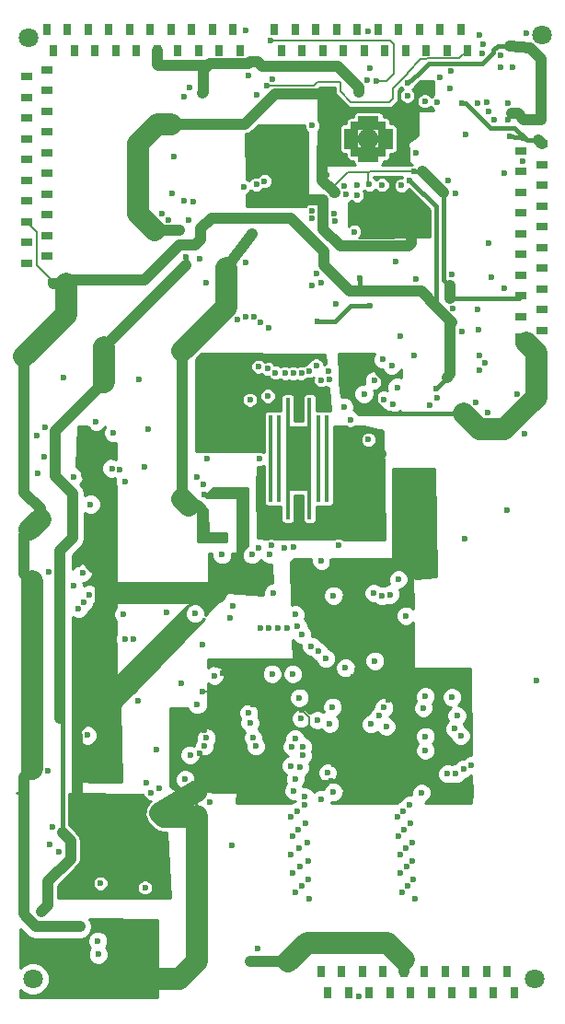
<source format=gbr>
G04 (created by PCBNEW (2013-04-04 BZR 4007)-stable) date Птн 19 Апр 2013 16:48:15*
%MOIN*%
G04 Gerber Fmt 3.4, Leading zero omitted, Abs format*
%FSLAX34Y34*%
G01*
G70*
G90*
G04 APERTURE LIST*
%ADD10C,0.006*%
%ADD11C,0.0708661*%
%ADD12R,0.0859X0.2362*%
%ADD13R,0.016X0.2362*%
%ADD14R,0.0393701X0.0314961*%
%ADD15R,0.0314961X0.0393701*%
%ADD16C,0.0748031*%
%ADD17R,0.0748031X0.0255906*%
%ADD18R,0.0255906X0.0748031*%
%ADD19R,0.0255906X0.0255906*%
%ADD20C,0.023622*%
%ADD21C,0.0787402*%
%ADD22C,0.015748*%
%ADD23C,0.0393701*%
%ADD24C,0.00590551*%
%ADD25C,0.00787402*%
%ADD26C,0.01*%
G04 APERTURE END LIST*
G54D10*
G54D11*
X35059Y-54665D03*
X53228Y-54665D03*
X53503Y-20511D03*
X34901Y-20610D03*
G54D12*
X44685Y-35826D03*
G54D13*
X43662Y-36219D03*
X43977Y-36219D03*
X44292Y-36849D03*
X44292Y-36534D03*
X45078Y-36849D03*
X45078Y-36534D03*
X45708Y-36219D03*
X45393Y-36219D03*
X43662Y-35433D03*
X43977Y-35433D03*
X45708Y-35433D03*
X45393Y-35433D03*
X44292Y-34803D03*
X44292Y-35118D03*
X45078Y-34803D03*
X45078Y-35118D03*
G54D14*
X52742Y-31438D03*
X53492Y-31188D03*
X52742Y-30688D03*
X53492Y-30438D03*
X52742Y-29938D03*
X53492Y-29688D03*
X52742Y-29188D03*
X53492Y-28938D03*
X52742Y-28438D03*
X53492Y-28188D03*
X52742Y-27688D03*
X53492Y-27438D03*
X52742Y-26938D03*
X53492Y-26688D03*
X52742Y-26188D03*
X53492Y-25938D03*
X52742Y-25438D03*
X53492Y-25188D03*
X52742Y-24688D03*
X53492Y-24438D03*
X34828Y-28761D03*
X35578Y-28511D03*
X34828Y-28011D03*
X35578Y-27761D03*
X34828Y-27261D03*
X35578Y-27011D03*
X34828Y-26511D03*
X35578Y-26261D03*
X34828Y-25761D03*
X35578Y-25511D03*
X34828Y-25011D03*
X35578Y-24761D03*
X34828Y-24261D03*
X35578Y-24011D03*
X34828Y-23511D03*
X35578Y-23261D03*
X34828Y-22761D03*
X35578Y-22511D03*
X34828Y-22011D03*
X35578Y-21761D03*
G54D15*
X42561Y-21057D03*
X42311Y-20307D03*
X41811Y-21057D03*
X41561Y-20307D03*
X41061Y-21057D03*
X40811Y-20307D03*
X40311Y-21057D03*
X40061Y-20307D03*
X39561Y-21057D03*
X39311Y-20307D03*
X38811Y-21057D03*
X38561Y-20307D03*
X38061Y-21057D03*
X37811Y-20307D03*
X37311Y-21057D03*
X37061Y-20307D03*
X36561Y-21057D03*
X36311Y-20307D03*
X35811Y-21057D03*
X35561Y-20307D03*
X52482Y-55151D03*
X52232Y-54401D03*
X51732Y-55151D03*
X51482Y-54401D03*
X50982Y-55151D03*
X50732Y-54401D03*
X50232Y-55151D03*
X49982Y-54401D03*
X49482Y-55151D03*
X49232Y-54401D03*
X48732Y-55151D03*
X48482Y-54401D03*
X47982Y-55151D03*
X47732Y-54401D03*
X47232Y-55151D03*
X46982Y-54401D03*
X46482Y-55151D03*
X46232Y-54401D03*
X45732Y-55151D03*
X45482Y-54401D03*
X43797Y-20301D03*
X44047Y-21051D03*
X44547Y-20301D03*
X44797Y-21051D03*
X45297Y-20301D03*
X45547Y-21051D03*
X46047Y-20301D03*
X46297Y-21051D03*
X46797Y-20301D03*
X47047Y-21051D03*
X47547Y-20301D03*
X47797Y-21051D03*
X48297Y-20301D03*
X48547Y-21051D03*
X49047Y-20301D03*
X49297Y-21051D03*
X49797Y-20301D03*
X50047Y-21051D03*
X50547Y-20301D03*
X50797Y-21051D03*
G54D16*
X47204Y-24251D03*
G54D17*
X47204Y-23801D03*
X47204Y-23551D03*
X47204Y-24701D03*
X47204Y-24951D03*
G54D18*
X47704Y-24251D03*
X47954Y-24251D03*
X46704Y-24251D03*
X46454Y-24251D03*
G54D19*
X46704Y-24751D03*
X46704Y-23751D03*
X47704Y-23751D03*
X47704Y-24751D03*
G54D20*
X41692Y-40708D03*
X48011Y-34212D03*
X46437Y-32381D03*
X46948Y-32460D03*
X37007Y-34842D03*
X42755Y-38602D03*
X41909Y-37165D03*
X37066Y-49547D03*
X36653Y-45866D03*
X36712Y-39665D03*
X41259Y-37145D03*
X43523Y-22322D03*
X47401Y-40698D03*
X44271Y-41948D03*
X44645Y-41909D03*
X47696Y-40807D03*
X45137Y-42618D03*
X48300Y-40200D03*
X44783Y-42185D03*
X47992Y-40748D03*
X45511Y-39527D03*
X43287Y-41968D03*
X46122Y-38976D03*
X43602Y-41968D03*
X45944Y-40787D03*
X43937Y-41948D03*
X44409Y-50177D03*
X48366Y-50177D03*
X50649Y-47066D03*
X44507Y-47854D03*
X44429Y-46259D03*
X49271Y-46397D03*
X48464Y-48582D03*
X44645Y-48582D03*
X50551Y-45866D03*
X44409Y-46948D03*
X45039Y-51062D03*
X48818Y-51062D03*
X48248Y-48799D03*
X44409Y-48799D03*
X44744Y-50610D03*
X48582Y-50610D03*
X45039Y-50393D03*
X48799Y-50393D03*
X44566Y-47421D03*
X50374Y-47244D03*
X48346Y-50826D03*
X44448Y-50826D03*
X50944Y-46929D03*
X44901Y-48070D03*
X45078Y-51771D03*
X48897Y-51771D03*
X44901Y-48366D03*
X48700Y-48366D03*
X44803Y-51299D03*
X48622Y-51299D03*
X48562Y-49940D03*
X44685Y-49940D03*
X50334Y-45610D03*
X44822Y-46574D03*
X48799Y-49724D03*
X44980Y-49724D03*
X48503Y-49251D03*
X44665Y-49251D03*
X47775Y-44842D03*
X42874Y-45039D03*
X44547Y-45964D03*
X49271Y-45885D03*
X42913Y-45393D03*
X47598Y-45137D03*
X53287Y-43877D03*
X41338Y-45944D03*
X45807Y-45413D03*
X48740Y-49035D03*
X44921Y-49035D03*
X48425Y-51535D03*
X44566Y-51535D03*
X48287Y-49507D03*
X44448Y-49507D03*
X38385Y-36673D03*
X41358Y-35846D03*
X48759Y-26968D03*
X42972Y-26574D03*
X42992Y-27696D03*
X41161Y-37657D03*
X41220Y-38444D03*
X41200Y-38051D03*
X47263Y-30295D03*
X50098Y-25748D03*
X47736Y-32244D03*
X46791Y-34803D03*
X47204Y-38523D03*
X47657Y-35649D03*
X41692Y-34862D03*
X47657Y-34862D03*
X45354Y-30866D03*
X44940Y-32204D03*
X46870Y-22578D03*
X41200Y-22598D03*
X40728Y-22401D03*
X47165Y-22145D03*
X42854Y-21948D03*
X42696Y-25984D03*
X40531Y-26496D03*
X35610Y-47125D03*
X35669Y-49783D03*
X43208Y-53562D03*
X36003Y-50059D03*
X37500Y-51200D03*
X52933Y-20433D03*
X39232Y-34763D03*
X43444Y-25787D03*
X37145Y-37480D03*
X43720Y-22086D03*
X50590Y-31220D03*
X41259Y-46240D03*
X51102Y-33799D03*
X45393Y-42795D03*
X50374Y-26220D03*
X45157Y-29566D03*
X40531Y-22716D03*
X40177Y-24901D03*
X38208Y-36220D03*
X39094Y-36122D03*
X42755Y-20334D03*
X43149Y-22657D03*
X49685Y-22933D03*
X48937Y-29330D03*
X47263Y-21692D03*
X51240Y-20492D03*
X51771Y-23562D03*
X51161Y-30413D03*
X51653Y-29271D03*
X41102Y-28582D03*
X45964Y-26948D03*
X47696Y-25925D03*
X48937Y-24763D03*
X51200Y-31161D03*
X48346Y-31397D03*
X47440Y-43149D03*
X43720Y-43622D03*
X44468Y-43622D03*
X50413Y-45137D03*
X44704Y-44488D03*
X48208Y-28681D03*
X50236Y-44468D03*
X41200Y-42550D03*
X37342Y-34488D03*
X43248Y-35846D03*
X50708Y-38720D03*
X52244Y-37696D03*
X35511Y-34704D03*
X38897Y-32952D03*
X44547Y-41476D03*
X42204Y-41594D03*
X48562Y-41515D03*
X39881Y-41397D03*
X40925Y-41437D03*
X41003Y-44744D03*
X41633Y-43681D03*
X39173Y-47559D03*
X40570Y-47440D03*
X44842Y-46259D03*
X44724Y-47007D03*
X45944Y-47893D03*
X46377Y-43405D03*
X47854Y-45531D03*
X50078Y-47244D03*
X49133Y-47933D03*
X49429Y-33897D03*
X46023Y-30216D03*
X37421Y-53779D03*
X39114Y-51358D03*
X35748Y-49173D03*
X36850Y-39960D03*
X37027Y-45846D03*
X44763Y-45236D03*
X49271Y-44429D03*
X41456Y-48248D03*
X45905Y-44822D03*
X49192Y-44862D03*
X52600Y-33500D03*
X48100Y-33850D03*
X52874Y-34921D03*
X47204Y-35137D03*
X47755Y-33700D03*
X37401Y-53287D03*
X40354Y-27578D03*
X45472Y-23464D03*
X40610Y-28543D03*
X49074Y-22480D03*
X45688Y-25551D03*
X40511Y-23720D03*
X48858Y-25433D03*
X47244Y-25905D03*
X46003Y-26200D03*
X45649Y-22637D03*
X45531Y-24547D03*
X42913Y-54035D03*
X35374Y-52224D03*
X52342Y-24153D03*
X50590Y-22972D03*
X48405Y-25944D03*
X51318Y-21161D03*
X51220Y-32637D03*
X52440Y-21653D03*
X51358Y-20846D03*
X50196Y-21791D03*
X47185Y-20374D03*
X35196Y-35000D03*
X35236Y-36377D03*
X51417Y-32362D03*
X49685Y-33641D03*
X37972Y-34901D03*
X47047Y-33484D03*
X44153Y-39074D03*
X42303Y-41161D03*
X51535Y-34153D03*
X48248Y-33248D03*
X51496Y-22933D03*
X49251Y-22893D03*
X48622Y-22696D03*
X49803Y-22027D03*
X47421Y-33011D03*
X50728Y-24094D03*
X52263Y-22952D03*
X52145Y-25492D03*
X48858Y-32086D03*
X52795Y-25078D03*
X43031Y-45925D03*
X40433Y-43976D03*
X45511Y-48149D03*
X45354Y-45295D03*
X45669Y-43070D03*
X43129Y-46240D03*
X40748Y-46555D03*
X47293Y-45442D03*
X45728Y-47204D03*
X38385Y-42362D03*
X36712Y-41259D03*
X36515Y-40413D03*
X35629Y-39940D03*
X43149Y-25905D03*
X42775Y-28720D03*
X39724Y-26968D03*
X36161Y-32893D03*
X39330Y-47933D03*
X41909Y-39311D03*
X42913Y-33700D03*
X39527Y-46358D03*
X43562Y-33562D03*
X45492Y-32992D03*
X45314Y-32460D03*
X41220Y-36751D03*
X41003Y-36496D03*
X45807Y-32972D03*
X45748Y-32677D03*
X45078Y-32657D03*
X44783Y-32736D03*
X42755Y-30708D03*
X42460Y-30807D03*
X44488Y-32736D03*
X44192Y-32736D03*
X43838Y-32716D03*
X43562Y-32578D03*
X43228Y-32500D03*
X43582Y-31082D03*
X43307Y-30885D03*
X43051Y-30708D03*
X43228Y-39074D03*
X43622Y-39291D03*
X43681Y-38976D03*
X42992Y-39311D03*
X52007Y-21673D03*
X51161Y-22972D03*
X46811Y-25944D03*
X52007Y-21240D03*
X46338Y-25964D03*
X50177Y-22440D03*
X39960Y-27185D03*
X37086Y-40748D03*
X38326Y-41456D03*
X42263Y-49842D03*
X38858Y-44606D03*
X35452Y-35767D03*
X36909Y-41023D03*
X38700Y-42362D03*
X39625Y-47755D03*
X41338Y-29448D03*
X37913Y-36181D03*
X36515Y-36496D03*
X46870Y-55295D03*
X40866Y-26535D03*
X40688Y-27185D03*
X45157Y-26850D03*
X46397Y-26279D03*
X44507Y-39015D03*
X43759Y-40688D03*
X48051Y-32460D03*
X51240Y-32106D03*
X50275Y-30393D03*
X51574Y-28031D03*
X50216Y-29173D03*
X52125Y-29665D03*
X46003Y-27244D03*
X45314Y-29114D03*
X46318Y-33956D03*
X45511Y-29448D03*
X46692Y-27618D03*
X46555Y-34429D03*
X45177Y-27145D03*
X40098Y-26220D03*
X46791Y-26299D03*
X51574Y-23248D03*
X43661Y-20708D03*
X47480Y-22165D03*
X38405Y-52795D03*
X44803Y-44921D03*
X45850Y-47500D03*
X40551Y-45118D03*
X40964Y-49114D03*
X49114Y-45334D03*
X47933Y-44547D03*
X41929Y-43582D03*
X41200Y-44271D03*
X42519Y-45275D03*
X43031Y-44724D03*
X44153Y-43169D03*
X50255Y-46653D03*
X49429Y-47637D03*
X41003Y-47854D03*
X41100Y-46500D03*
X41279Y-45649D03*
X45964Y-43602D03*
X45950Y-46900D03*
X48850Y-43650D03*
X46673Y-43740D03*
X47900Y-39550D03*
X44800Y-39550D03*
X45900Y-39550D03*
X48300Y-37950D03*
X48250Y-36550D03*
X46909Y-29311D03*
X48700Y-25748D03*
X49665Y-33287D03*
X36751Y-52775D03*
X48641Y-22224D03*
X45177Y-23779D03*
X52263Y-23562D03*
X52303Y-20885D03*
G54D21*
X38090Y-40708D02*
X41692Y-40708D01*
X53110Y-33799D02*
X53287Y-33622D01*
G54D22*
X52938Y-31635D02*
X52742Y-31438D01*
G54D21*
X53287Y-31984D02*
X52938Y-31635D01*
X53287Y-32106D02*
X53287Y-31984D01*
X53287Y-33622D02*
X53287Y-32106D01*
G54D23*
X37480Y-40098D02*
X38090Y-40708D01*
X37145Y-39665D02*
X37145Y-39625D01*
X36653Y-45590D02*
X37204Y-45039D01*
X37204Y-45039D02*
X37480Y-45039D01*
X37480Y-40000D02*
X37480Y-40098D01*
X37480Y-40098D02*
X37480Y-45039D01*
X37145Y-39665D02*
X37480Y-40000D01*
G54D22*
X36653Y-45866D02*
X36653Y-45590D01*
G54D23*
X37145Y-39625D02*
X36948Y-39429D01*
G54D22*
X48011Y-34212D02*
X50669Y-34212D01*
G54D21*
X52145Y-34763D02*
X53110Y-33799D01*
X53110Y-33799D02*
X52938Y-33970D01*
X51220Y-34763D02*
X52145Y-34763D01*
X50669Y-34212D02*
X51220Y-34763D01*
G54D24*
X48011Y-34212D02*
X47874Y-34212D01*
G54D22*
X47283Y-32460D02*
X46948Y-32460D01*
X47736Y-32913D02*
X47283Y-32460D01*
X47736Y-33188D02*
X47736Y-32913D01*
X47460Y-33464D02*
X47736Y-33188D01*
X47460Y-33799D02*
X47460Y-33464D01*
X47874Y-34212D02*
X47460Y-33799D01*
X46437Y-32381D02*
X46948Y-32460D01*
G54D23*
X37007Y-34842D02*
X37007Y-36437D01*
G54D24*
X41909Y-37165D02*
X42519Y-37165D01*
X42755Y-37401D02*
X42755Y-38602D01*
X42519Y-37165D02*
X42755Y-37401D01*
X41259Y-37145D02*
X41889Y-37145D01*
X41889Y-37145D02*
X41909Y-37165D01*
G54D23*
X36653Y-45866D02*
X36653Y-49133D01*
G54D24*
X36653Y-49133D02*
X37066Y-49547D01*
G54D22*
X36712Y-39665D02*
X36948Y-39429D01*
G54D24*
X43523Y-22322D02*
X45236Y-22322D01*
X46181Y-22204D02*
X46181Y-22539D01*
X45236Y-22322D02*
X45354Y-22204D01*
X45354Y-22204D02*
X46181Y-22204D01*
X46574Y-22933D02*
X46181Y-22539D01*
X49350Y-21338D02*
X50509Y-21338D01*
X49311Y-21377D02*
X49350Y-21338D01*
X48622Y-21909D02*
X48622Y-21850D01*
X48110Y-22421D02*
X48622Y-21909D01*
X46574Y-22933D02*
X47972Y-22933D01*
X47972Y-22933D02*
X48110Y-22795D01*
X48110Y-22795D02*
X48110Y-22421D01*
X48622Y-21850D02*
X49094Y-21377D01*
X49094Y-21377D02*
X49311Y-21377D01*
X50509Y-21338D02*
X50797Y-21051D01*
X46574Y-22933D02*
X46555Y-22913D01*
G54D23*
X43138Y-26476D02*
X45570Y-26456D01*
X45570Y-26456D02*
X45570Y-27519D01*
X46181Y-28129D02*
X48661Y-28129D01*
X48661Y-28129D02*
X48759Y-28031D01*
X48759Y-28031D02*
X48759Y-26968D01*
X42972Y-26574D02*
X43138Y-26476D01*
X45570Y-27519D02*
X46181Y-28129D01*
X42047Y-28915D02*
X42992Y-27696D01*
X41161Y-37657D02*
X41023Y-37519D01*
G54D21*
X40472Y-31929D02*
X42047Y-30354D01*
G54D23*
X40472Y-37303D02*
X40472Y-31929D01*
G54D21*
X40688Y-37519D02*
X40472Y-37303D01*
G54D23*
X41023Y-37519D02*
X40688Y-37519D01*
G54D21*
X42047Y-30354D02*
X42047Y-28915D01*
G54D22*
X47263Y-30295D02*
X46555Y-30295D01*
X45984Y-30866D02*
X45354Y-30866D01*
X46555Y-30295D02*
X45984Y-30866D01*
G54D24*
X46791Y-34803D02*
X46791Y-34685D01*
G54D23*
X47204Y-38523D02*
X47204Y-36102D01*
X47204Y-36102D02*
X47657Y-35649D01*
X43011Y-21456D02*
X42933Y-21456D01*
X46870Y-22401D02*
X46082Y-21614D01*
X46082Y-21614D02*
X43346Y-21614D01*
X43346Y-21614D02*
X43188Y-21456D01*
X43188Y-21456D02*
X43011Y-21456D01*
X46870Y-22578D02*
X46870Y-22401D01*
X41456Y-21535D02*
X41220Y-21771D01*
X42854Y-21535D02*
X41456Y-21535D01*
X42933Y-21456D02*
X42854Y-21535D01*
X41220Y-21594D02*
X41220Y-21771D01*
X41220Y-21594D02*
X39586Y-21594D01*
X39586Y-21594D02*
X39561Y-21568D01*
X39561Y-21568D02*
X39561Y-21057D01*
X41220Y-21771D02*
X41220Y-22578D01*
X41220Y-22578D02*
X41200Y-22598D01*
G54D21*
X39566Y-23720D02*
X38858Y-24429D01*
X39566Y-23720D02*
X40078Y-23720D01*
G54D23*
X40511Y-23720D02*
X40078Y-23720D01*
G54D21*
X38858Y-26968D02*
X39468Y-27578D01*
X38858Y-24429D02*
X38858Y-26968D01*
G54D23*
X40354Y-27578D02*
X39468Y-27578D01*
X39468Y-27578D02*
X39330Y-27578D01*
G54D22*
X45531Y-24547D02*
X45531Y-22755D01*
G54D23*
X35590Y-51417D02*
X35590Y-52007D01*
X35590Y-52007D02*
X35374Y-52224D01*
X35590Y-51417D02*
X35590Y-51141D01*
X35590Y-51141D02*
X36417Y-50314D01*
X36417Y-50314D02*
X36417Y-49665D01*
X36417Y-49665D02*
X36122Y-49370D01*
G54D22*
X36122Y-49370D02*
X36122Y-45314D01*
X36122Y-45314D02*
X36023Y-45216D01*
G54D23*
X36023Y-45216D02*
X36023Y-39173D01*
X36023Y-39173D02*
X36496Y-38700D01*
X36496Y-38700D02*
X36496Y-37106D01*
X36496Y-37106D02*
X35866Y-36476D01*
X35866Y-36476D02*
X35866Y-34842D01*
X35866Y-34842D02*
X37637Y-33070D01*
G54D21*
X37637Y-33070D02*
X37637Y-31811D01*
G54D23*
X37637Y-31811D02*
X40610Y-28838D01*
G54D22*
X40610Y-28838D02*
X40610Y-28543D01*
G54D21*
X47893Y-53366D02*
X48482Y-53954D01*
G54D22*
X52742Y-29938D02*
X52661Y-30019D01*
X49153Y-25433D02*
X48858Y-25433D01*
G54D23*
X49921Y-26200D02*
X49153Y-25433D01*
G54D22*
X49921Y-29350D02*
X49921Y-26200D01*
X50137Y-29566D02*
X49921Y-29350D01*
X50177Y-29566D02*
X50137Y-29566D01*
G54D23*
X50177Y-30019D02*
X50177Y-29566D01*
G54D22*
X52661Y-30019D02*
X50177Y-30019D01*
G54D24*
X45688Y-25551D02*
X45688Y-24704D01*
X45688Y-24704D02*
X45531Y-24547D01*
G54D23*
X43818Y-22637D02*
X42736Y-23720D01*
X42736Y-23720D02*
X40511Y-23720D01*
X43818Y-22637D02*
X45649Y-22637D01*
G54D24*
X47204Y-25492D02*
X47263Y-25433D01*
X47263Y-25433D02*
X48858Y-25433D01*
X45885Y-26043D02*
X46456Y-25472D01*
X47204Y-25866D02*
X47244Y-25905D01*
X47204Y-25472D02*
X47204Y-25492D01*
X47204Y-25492D02*
X47204Y-25866D01*
X46456Y-25472D02*
X47204Y-25472D01*
G54D23*
X45531Y-24547D02*
X45531Y-25748D01*
X45964Y-26200D02*
X45964Y-26161D01*
X45531Y-25748D02*
X45925Y-26141D01*
X45964Y-26161D02*
X46003Y-26200D01*
X45531Y-22755D02*
X45649Y-22637D01*
X42913Y-54035D02*
X44311Y-54035D01*
X48482Y-53954D02*
X48482Y-54401D01*
G54D21*
X44980Y-53366D02*
X47893Y-53366D01*
X44311Y-54035D02*
X44980Y-53366D01*
G54D22*
X52342Y-24153D02*
X52874Y-24232D01*
X52874Y-24232D02*
X52952Y-24311D01*
X50728Y-22972D02*
X50590Y-22972D01*
G54D23*
X53364Y-24311D02*
X53492Y-24438D01*
G54D22*
X52952Y-24311D02*
X53364Y-24311D01*
X52500Y-23858D02*
X52952Y-24311D01*
X51614Y-23858D02*
X52500Y-23858D01*
X50728Y-22972D02*
X51614Y-23858D01*
G54D25*
X43661Y-20708D02*
X47992Y-20708D01*
X47874Y-22165D02*
X47480Y-22165D01*
X48129Y-21909D02*
X47874Y-22165D01*
X48129Y-20846D02*
X48129Y-21909D01*
X47992Y-20708D02*
X48129Y-20846D01*
G54D24*
X45850Y-47500D02*
X45413Y-47500D01*
X45078Y-45196D02*
X44803Y-44921D01*
X45078Y-45511D02*
X45078Y-45196D01*
X45236Y-45669D02*
X45078Y-45511D01*
X45236Y-47322D02*
X45236Y-45669D01*
X45413Y-47500D02*
X45236Y-47322D01*
X41003Y-47854D02*
X41023Y-47874D01*
X41023Y-47874D02*
X40964Y-49114D01*
X49114Y-45334D02*
X49114Y-45492D01*
X48169Y-44311D02*
X47933Y-44547D01*
X48307Y-44311D02*
X48169Y-44311D01*
X48464Y-44468D02*
X48307Y-44311D01*
X48464Y-45531D02*
X48464Y-44468D01*
X48602Y-45669D02*
X48464Y-45531D01*
X48937Y-45669D02*
X48602Y-45669D01*
X49114Y-45492D02*
X48937Y-45669D01*
X41200Y-44271D02*
X41751Y-44271D01*
X42106Y-43759D02*
X41929Y-43582D01*
X42106Y-43917D02*
X42106Y-43759D01*
X41751Y-44271D02*
X42106Y-43917D01*
X42519Y-45275D02*
X42519Y-44940D01*
X42736Y-44724D02*
X43031Y-44724D01*
X42519Y-44940D02*
X42736Y-44724D01*
G54D21*
X40984Y-48799D02*
X39803Y-48799D01*
X39665Y-48661D02*
X41003Y-47854D01*
X39803Y-48799D02*
X39665Y-48661D01*
X39212Y-54665D02*
X40374Y-54665D01*
X41003Y-54035D02*
X40984Y-48799D01*
X40984Y-48799D02*
X40984Y-48779D01*
X40374Y-54665D02*
X41003Y-54035D01*
G54D22*
X46909Y-29311D02*
X46909Y-29606D01*
X46909Y-29606D02*
X46751Y-29763D01*
X48700Y-25748D02*
X49665Y-26712D01*
X49665Y-26712D02*
X49665Y-30314D01*
G54D23*
X45590Y-28818D02*
X46535Y-29763D01*
X46535Y-29763D02*
X46751Y-29763D01*
X46751Y-29763D02*
X49114Y-29763D01*
X49114Y-29763D02*
X49665Y-30314D01*
X41515Y-27125D02*
X41141Y-27500D01*
X44389Y-27125D02*
X41515Y-27125D01*
X45590Y-28326D02*
X44389Y-27125D01*
X45590Y-28818D02*
X45590Y-28326D01*
X50236Y-30885D02*
X50177Y-30826D01*
X49665Y-30314D02*
X50236Y-30885D01*
G54D22*
X49665Y-33287D02*
X50059Y-32893D01*
G54D23*
X50177Y-30826D02*
X50177Y-32775D01*
X50177Y-32775D02*
X50059Y-32893D01*
G54D25*
X35655Y-29356D02*
X35655Y-29297D01*
G54D23*
X36259Y-29507D02*
X35807Y-29507D01*
G54D22*
X35807Y-29507D02*
X35655Y-29356D01*
G54D25*
X35196Y-27629D02*
X34828Y-27261D01*
X35196Y-28838D02*
X35196Y-27629D01*
X35655Y-29297D02*
X35196Y-28838D01*
G54D23*
X39108Y-29356D02*
X36411Y-29356D01*
X40354Y-28110D02*
X40255Y-28208D01*
X39108Y-29356D02*
X40255Y-28208D01*
X40511Y-28110D02*
X40925Y-28110D01*
X40925Y-28110D02*
X41141Y-27893D01*
X41141Y-27500D02*
X41141Y-27893D01*
X40511Y-28110D02*
X40354Y-28110D01*
X36411Y-29356D02*
X36259Y-29507D01*
G54D21*
X34940Y-38405D02*
X35314Y-38031D01*
G54D23*
X35314Y-38031D02*
X35314Y-37618D01*
X35314Y-37618D02*
X34744Y-37047D01*
X34744Y-37047D02*
X34744Y-32145D01*
G54D21*
X34744Y-32145D02*
X36259Y-30629D01*
X36259Y-30629D02*
X36259Y-29507D01*
G54D22*
X34744Y-38602D02*
X34940Y-38405D01*
G54D23*
X34744Y-39980D02*
X34744Y-38602D01*
X35039Y-40275D02*
X34744Y-39980D01*
G54D21*
X35039Y-47066D02*
X35039Y-40275D01*
G54D23*
X34744Y-47362D02*
X35039Y-47066D01*
X34744Y-52303D02*
X34744Y-47362D01*
X35157Y-52775D02*
X34783Y-52401D01*
X36751Y-52775D02*
X35157Y-52775D01*
G54D25*
X51732Y-21122D02*
X51732Y-21043D01*
G54D22*
X49015Y-21909D02*
X49409Y-21515D01*
X49409Y-21515D02*
X49885Y-21515D01*
X51338Y-21515D02*
X51732Y-21122D01*
X49885Y-21515D02*
X51338Y-21515D01*
X48641Y-22224D02*
X49015Y-21909D01*
X51889Y-20885D02*
X52303Y-20885D01*
X51732Y-21043D02*
X51889Y-20885D01*
X52263Y-23562D02*
X52263Y-23484D01*
X52263Y-23484D02*
X52401Y-23346D01*
G54D23*
X53464Y-23562D02*
X52834Y-23562D01*
G54D22*
X52322Y-20885D02*
X52303Y-20885D01*
G54D23*
X52834Y-23562D02*
X52618Y-23346D01*
X52618Y-23346D02*
X52401Y-23346D01*
X52322Y-20885D02*
X53051Y-20964D01*
X53464Y-21377D02*
X53464Y-23562D01*
X53051Y-20964D02*
X53464Y-21377D01*
X52401Y-23346D02*
X52381Y-23346D01*
G54D10*
G36*
X50949Y-47898D02*
X50914Y-48283D01*
X49639Y-48283D01*
X49639Y-46324D01*
X49583Y-46189D01*
X49536Y-46141D01*
X49583Y-46094D01*
X49639Y-45959D01*
X49639Y-45812D01*
X49639Y-44356D01*
X49583Y-44220D01*
X49480Y-44117D01*
X49345Y-44061D01*
X49198Y-44060D01*
X49063Y-44116D01*
X48959Y-44220D01*
X48903Y-44355D01*
X48903Y-44502D01*
X48941Y-44593D01*
X48881Y-44653D01*
X48824Y-44788D01*
X48824Y-44935D01*
X48880Y-45070D01*
X48984Y-45174D01*
X49119Y-45230D01*
X49265Y-45230D01*
X49401Y-45174D01*
X49504Y-45070D01*
X49560Y-44935D01*
X49561Y-44789D01*
X49523Y-44697D01*
X49583Y-44637D01*
X49639Y-44502D01*
X49639Y-44356D01*
X49639Y-45812D01*
X49583Y-45677D01*
X49480Y-45573D01*
X49345Y-45517D01*
X49198Y-45517D01*
X49063Y-45573D01*
X48959Y-45677D01*
X48903Y-45812D01*
X48903Y-45958D01*
X48959Y-46094D01*
X49006Y-46141D01*
X48959Y-46188D01*
X48903Y-46324D01*
X48903Y-46470D01*
X48959Y-46605D01*
X49062Y-46709D01*
X49198Y-46765D01*
X49344Y-46765D01*
X49479Y-46709D01*
X49583Y-46606D01*
X49639Y-46471D01*
X49639Y-46324D01*
X49639Y-48283D01*
X49250Y-48283D01*
X49342Y-48245D01*
X49445Y-48141D01*
X49501Y-48006D01*
X49502Y-47860D01*
X49446Y-47724D01*
X49342Y-47621D01*
X49207Y-47565D01*
X49060Y-47564D01*
X48925Y-47620D01*
X48821Y-47724D01*
X48765Y-47859D01*
X48765Y-47998D01*
X48627Y-47997D01*
X48492Y-48053D01*
X48388Y-48157D01*
X48359Y-48227D01*
X48256Y-48270D01*
X48243Y-48283D01*
X48222Y-48283D01*
X48222Y-45458D01*
X48166Y-45323D01*
X48063Y-45219D01*
X47966Y-45179D01*
X47966Y-45161D01*
X47983Y-45154D01*
X48087Y-45051D01*
X48143Y-44916D01*
X48143Y-44769D01*
X48087Y-44634D01*
X47984Y-44530D01*
X47849Y-44474D01*
X47809Y-44474D01*
X47809Y-43076D01*
X47753Y-42941D01*
X47649Y-42837D01*
X47514Y-42781D01*
X47368Y-42781D01*
X47232Y-42837D01*
X47129Y-42940D01*
X47072Y-43076D01*
X47072Y-43222D01*
X47128Y-43357D01*
X47232Y-43461D01*
X47367Y-43517D01*
X47513Y-43517D01*
X47649Y-43461D01*
X47752Y-43358D01*
X47808Y-43223D01*
X47809Y-43076D01*
X47809Y-44474D01*
X47702Y-44474D01*
X47567Y-44530D01*
X47463Y-44633D01*
X47407Y-44768D01*
X47407Y-44818D01*
X47390Y-44825D01*
X47286Y-44929D01*
X47230Y-45064D01*
X47230Y-45074D01*
X47220Y-45074D01*
X47085Y-45130D01*
X46981Y-45234D01*
X46925Y-45369D01*
X46925Y-45515D01*
X46981Y-45651D01*
X47084Y-45754D01*
X47219Y-45810D01*
X47366Y-45811D01*
X47501Y-45755D01*
X47534Y-45722D01*
X47542Y-45739D01*
X47645Y-45843D01*
X47780Y-45899D01*
X47927Y-45899D01*
X48062Y-45843D01*
X48166Y-45740D01*
X48222Y-45605D01*
X48222Y-45458D01*
X48222Y-48283D01*
X46746Y-48283D01*
X46746Y-43332D01*
X46690Y-43197D01*
X46586Y-43093D01*
X46451Y-43037D01*
X46313Y-43037D01*
X46313Y-40714D01*
X46257Y-40579D01*
X46153Y-40475D01*
X46018Y-40419D01*
X45871Y-40419D01*
X45736Y-40475D01*
X45632Y-40578D01*
X45576Y-40713D01*
X45576Y-40860D01*
X45632Y-40995D01*
X45736Y-41099D01*
X45871Y-41155D01*
X46017Y-41155D01*
X46153Y-41099D01*
X46256Y-40996D01*
X46312Y-40860D01*
X46313Y-40714D01*
X46313Y-43037D01*
X46305Y-43037D01*
X46169Y-43093D01*
X46066Y-43196D01*
X46009Y-43331D01*
X46009Y-43478D01*
X46065Y-43613D01*
X46169Y-43717D01*
X46304Y-43773D01*
X46450Y-43773D01*
X46586Y-43717D01*
X46689Y-43614D01*
X46745Y-43479D01*
X46746Y-43332D01*
X46746Y-48283D01*
X45854Y-48283D01*
X45864Y-48259D01*
X45871Y-48261D01*
X46017Y-48261D01*
X46153Y-48205D01*
X46256Y-48102D01*
X46312Y-47967D01*
X46313Y-47820D01*
X46273Y-47725D01*
X46273Y-44749D01*
X46217Y-44614D01*
X46114Y-44510D01*
X45979Y-44454D01*
X45832Y-44454D01*
X45697Y-44510D01*
X45593Y-44614D01*
X45537Y-44749D01*
X45537Y-44895D01*
X45580Y-45001D01*
X45563Y-44983D01*
X45427Y-44927D01*
X45281Y-44927D01*
X45146Y-44983D01*
X45083Y-45045D01*
X45076Y-45027D01*
X45072Y-45024D01*
X45072Y-44415D01*
X45016Y-44279D01*
X44913Y-44176D01*
X44836Y-44144D01*
X44836Y-43549D01*
X44780Y-43413D01*
X44677Y-43310D01*
X44542Y-43254D01*
X44395Y-43253D01*
X44260Y-43309D01*
X44156Y-43413D01*
X44100Y-43548D01*
X44100Y-43694D01*
X44156Y-43830D01*
X44259Y-43933D01*
X44394Y-43990D01*
X44541Y-43990D01*
X44676Y-43934D01*
X44780Y-43830D01*
X44836Y-43695D01*
X44836Y-43549D01*
X44836Y-44144D01*
X44778Y-44120D01*
X44631Y-44120D01*
X44496Y-44175D01*
X44392Y-44279D01*
X44336Y-44414D01*
X44336Y-44561D01*
X44392Y-44696D01*
X44495Y-44800D01*
X44631Y-44856D01*
X44777Y-44856D01*
X44912Y-44800D01*
X45016Y-44696D01*
X45072Y-44561D01*
X45072Y-44415D01*
X45072Y-45024D01*
X44972Y-44924D01*
X44837Y-44868D01*
X44690Y-44868D01*
X44555Y-44923D01*
X44451Y-45027D01*
X44395Y-45162D01*
X44395Y-45309D01*
X44451Y-45444D01*
X44554Y-45548D01*
X44690Y-45604D01*
X44836Y-45604D01*
X44972Y-45548D01*
X45034Y-45485D01*
X45042Y-45503D01*
X45145Y-45607D01*
X45280Y-45663D01*
X45427Y-45663D01*
X45504Y-45631D01*
X45598Y-45725D01*
X45733Y-45781D01*
X45879Y-45781D01*
X46015Y-45725D01*
X46118Y-45622D01*
X46175Y-45486D01*
X46175Y-45340D01*
X46119Y-45205D01*
X46068Y-45153D01*
X46113Y-45135D01*
X46217Y-45031D01*
X46273Y-44896D01*
X46273Y-44749D01*
X46273Y-47725D01*
X46257Y-47685D01*
X46153Y-47581D01*
X46018Y-47525D01*
X45915Y-47525D01*
X45936Y-47516D01*
X46040Y-47413D01*
X46096Y-47278D01*
X46096Y-47131D01*
X46040Y-46996D01*
X45937Y-46892D01*
X45801Y-46836D01*
X45655Y-46836D01*
X45520Y-46892D01*
X45416Y-46995D01*
X45360Y-47131D01*
X45360Y-47277D01*
X45416Y-47412D01*
X45519Y-47516D01*
X45654Y-47572D01*
X45757Y-47572D01*
X45736Y-47581D01*
X45632Y-47684D01*
X45591Y-47784D01*
X45585Y-47781D01*
X45438Y-47781D01*
X45303Y-47837D01*
X45232Y-47908D01*
X45213Y-47862D01*
X45110Y-47758D01*
X44975Y-47702D01*
X44843Y-47702D01*
X44832Y-47676D01*
X44878Y-47630D01*
X44934Y-47494D01*
X44935Y-47348D01*
X44924Y-47323D01*
X44932Y-47320D01*
X45036Y-47216D01*
X45092Y-47081D01*
X45092Y-46934D01*
X45060Y-46857D01*
X45134Y-46783D01*
X45190Y-46648D01*
X45191Y-46501D01*
X45165Y-46441D01*
X45210Y-46333D01*
X45210Y-46186D01*
X45154Y-46051D01*
X45051Y-45947D01*
X44916Y-45891D01*
X44915Y-45891D01*
X44915Y-45891D01*
X44859Y-45756D01*
X44756Y-45652D01*
X44620Y-45596D01*
X44474Y-45596D01*
X44338Y-45652D01*
X44235Y-45755D01*
X44179Y-45891D01*
X44179Y-45989D01*
X44117Y-46051D01*
X44088Y-46119D01*
X44088Y-43549D01*
X44032Y-43413D01*
X43929Y-43310D01*
X43794Y-43254D01*
X43647Y-43253D01*
X43512Y-43309D01*
X43408Y-43413D01*
X43352Y-43548D01*
X43352Y-43694D01*
X43408Y-43830D01*
X43511Y-43933D01*
X43646Y-43990D01*
X43793Y-43990D01*
X43928Y-43934D01*
X44032Y-43830D01*
X44088Y-43695D01*
X44088Y-43549D01*
X44088Y-46119D01*
X44061Y-46186D01*
X44060Y-46332D01*
X44116Y-46468D01*
X44220Y-46571D01*
X44289Y-46600D01*
X44201Y-46636D01*
X44097Y-46740D01*
X44041Y-46875D01*
X44041Y-47021D01*
X44097Y-47157D01*
X44200Y-47260D01*
X44229Y-47272D01*
X44198Y-47347D01*
X44198Y-47494D01*
X44242Y-47599D01*
X44195Y-47645D01*
X44139Y-47780D01*
X44139Y-47927D01*
X44195Y-48062D01*
X44299Y-48166D01*
X44434Y-48222D01*
X44553Y-48222D01*
X44437Y-48270D01*
X44424Y-48283D01*
X43498Y-48283D01*
X43498Y-46167D01*
X43442Y-46031D01*
X43399Y-45989D01*
X43399Y-45852D01*
X43343Y-45716D01*
X43240Y-45613D01*
X43222Y-45605D01*
X43225Y-45602D01*
X43281Y-45467D01*
X43281Y-45320D01*
X43225Y-45185D01*
X43215Y-45175D01*
X43242Y-45112D01*
X43242Y-44966D01*
X43186Y-44831D01*
X43082Y-44727D01*
X42947Y-44671D01*
X42801Y-44671D01*
X42665Y-44727D01*
X42562Y-44830D01*
X42505Y-44965D01*
X42505Y-45112D01*
X42561Y-45247D01*
X42571Y-45257D01*
X42545Y-45320D01*
X42545Y-45466D01*
X42601Y-45601D01*
X42704Y-45705D01*
X42722Y-45713D01*
X42719Y-45716D01*
X42663Y-45851D01*
X42663Y-45998D01*
X42719Y-46133D01*
X42761Y-46176D01*
X42761Y-46313D01*
X42817Y-46448D01*
X42921Y-46552D01*
X43056Y-46608D01*
X43202Y-46608D01*
X43338Y-46552D01*
X43441Y-46448D01*
X43497Y-46313D01*
X43498Y-46167D01*
X43498Y-48283D01*
X42416Y-48283D01*
X42455Y-47900D01*
X41706Y-47900D01*
X41706Y-45871D01*
X41650Y-45736D01*
X41547Y-45632D01*
X41412Y-45576D01*
X41265Y-45576D01*
X41130Y-45632D01*
X41026Y-45736D01*
X40970Y-45871D01*
X40970Y-46008D01*
X40947Y-46031D01*
X40891Y-46166D01*
X40891Y-46216D01*
X40821Y-46187D01*
X40675Y-46186D01*
X40539Y-46242D01*
X40436Y-46346D01*
X40379Y-46481D01*
X40379Y-46628D01*
X40435Y-46763D01*
X40539Y-46867D01*
X40674Y-46923D01*
X40820Y-46923D01*
X40956Y-46867D01*
X41059Y-46763D01*
X41116Y-46628D01*
X41116Y-46579D01*
X41186Y-46608D01*
X41332Y-46608D01*
X41468Y-46552D01*
X41571Y-46448D01*
X41627Y-46313D01*
X41628Y-46176D01*
X41650Y-46153D01*
X41706Y-46018D01*
X41706Y-45871D01*
X41706Y-47900D01*
X41578Y-47900D01*
X41530Y-47879D01*
X41486Y-47879D01*
X41442Y-47850D01*
X41327Y-47850D01*
X41251Y-47934D01*
X41248Y-47935D01*
X41144Y-48039D01*
X41133Y-48065D01*
X40939Y-48282D01*
X40939Y-47368D01*
X40883Y-47232D01*
X40779Y-47129D01*
X40644Y-47072D01*
X40497Y-47072D01*
X40362Y-47128D01*
X40258Y-47232D01*
X40202Y-47367D01*
X40202Y-47513D01*
X40258Y-47649D01*
X40362Y-47752D01*
X40497Y-47808D01*
X40643Y-47809D01*
X40779Y-47753D01*
X40882Y-47649D01*
X40938Y-47514D01*
X40939Y-47368D01*
X40939Y-48282D01*
X40928Y-48293D01*
X40036Y-47685D01*
X40030Y-44853D01*
X40650Y-44851D01*
X40691Y-44952D01*
X40795Y-45055D01*
X40930Y-45112D01*
X41076Y-45112D01*
X41212Y-45056D01*
X41315Y-44952D01*
X41358Y-44849D01*
X41400Y-44849D01*
X41400Y-43967D01*
X41425Y-43992D01*
X41560Y-44049D01*
X41706Y-44049D01*
X41842Y-43993D01*
X41945Y-43889D01*
X42001Y-43754D01*
X42002Y-43608D01*
X41946Y-43472D01*
X41842Y-43369D01*
X41707Y-43313D01*
X41560Y-43312D01*
X41425Y-43368D01*
X41400Y-43394D01*
X41400Y-43089D01*
X44491Y-43089D01*
X44473Y-42395D01*
X44574Y-42496D01*
X44709Y-42553D01*
X44769Y-42553D01*
X44769Y-42691D01*
X44825Y-42826D01*
X44929Y-42929D01*
X45064Y-42986D01*
X45074Y-42986D01*
X45081Y-43003D01*
X45184Y-43107D01*
X45306Y-43157D01*
X45357Y-43279D01*
X45460Y-43382D01*
X45595Y-43438D01*
X45742Y-43439D01*
X45877Y-43383D01*
X45981Y-43279D01*
X46037Y-43144D01*
X46037Y-42997D01*
X45981Y-42862D01*
X45878Y-42758D01*
X45756Y-42708D01*
X45705Y-42587D01*
X45602Y-42483D01*
X45467Y-42427D01*
X45457Y-42427D01*
X45450Y-42409D01*
X45346Y-42306D01*
X45211Y-42250D01*
X45151Y-42250D01*
X45151Y-42112D01*
X45095Y-41976D01*
X45013Y-41894D01*
X45013Y-41836D01*
X44957Y-41701D01*
X44883Y-41626D01*
X44915Y-41549D01*
X44915Y-41403D01*
X44859Y-41268D01*
X44756Y-41164D01*
X44620Y-41108D01*
X44474Y-41108D01*
X44440Y-41122D01*
X44400Y-39570D01*
X44520Y-39450D01*
X45145Y-39450D01*
X45143Y-39454D01*
X45143Y-39600D01*
X45199Y-39735D01*
X45303Y-39839D01*
X45438Y-39895D01*
X45584Y-39895D01*
X45720Y-39839D01*
X45823Y-39736D01*
X45879Y-39601D01*
X45879Y-39454D01*
X45878Y-39450D01*
X48100Y-39450D01*
X48100Y-36200D01*
X49600Y-36200D01*
X49649Y-40103D01*
X48915Y-40148D01*
X48805Y-40064D01*
X48819Y-41251D01*
X48771Y-41203D01*
X48668Y-41160D01*
X48668Y-40127D01*
X48612Y-39991D01*
X48508Y-39888D01*
X48373Y-39831D01*
X48227Y-39831D01*
X48091Y-39887D01*
X47988Y-39991D01*
X47931Y-40126D01*
X47931Y-40272D01*
X47976Y-40379D01*
X47919Y-40379D01*
X47783Y-40435D01*
X47777Y-40442D01*
X47770Y-40439D01*
X47662Y-40438D01*
X47610Y-40386D01*
X47475Y-40330D01*
X47328Y-40330D01*
X47193Y-40386D01*
X47089Y-40489D01*
X47033Y-40624D01*
X47033Y-40771D01*
X47089Y-40906D01*
X47192Y-41010D01*
X47328Y-41066D01*
X47435Y-41066D01*
X47488Y-41118D01*
X47623Y-41175D01*
X47769Y-41175D01*
X47905Y-41119D01*
X47911Y-41113D01*
X47918Y-41116D01*
X48065Y-41116D01*
X48200Y-41060D01*
X48304Y-40956D01*
X48360Y-40821D01*
X48360Y-40675D01*
X48316Y-40568D01*
X48372Y-40568D01*
X48508Y-40512D01*
X48611Y-40408D01*
X48668Y-40273D01*
X48668Y-40127D01*
X48668Y-41160D01*
X48636Y-41147D01*
X48490Y-41147D01*
X48354Y-41203D01*
X48251Y-41306D01*
X48194Y-41442D01*
X48194Y-41588D01*
X48250Y-41723D01*
X48354Y-41827D01*
X48489Y-41883D01*
X48635Y-41883D01*
X48771Y-41827D01*
X48825Y-41773D01*
X48845Y-43444D01*
X50900Y-43444D01*
X50935Y-46561D01*
X50919Y-46561D01*
X50919Y-45793D01*
X50863Y-45657D01*
X50759Y-45554D01*
X50699Y-45529D01*
X50653Y-45418D01*
X50725Y-45346D01*
X50781Y-45211D01*
X50781Y-45064D01*
X50725Y-44929D01*
X50622Y-44825D01*
X50486Y-44769D01*
X50455Y-44769D01*
X50548Y-44677D01*
X50604Y-44542D01*
X50604Y-44395D01*
X50548Y-44260D01*
X50445Y-44156D01*
X50309Y-44100D01*
X50163Y-44100D01*
X50027Y-44156D01*
X49924Y-44259D01*
X49868Y-44394D01*
X49868Y-44541D01*
X49923Y-44676D01*
X50027Y-44780D01*
X50162Y-44836D01*
X50194Y-44836D01*
X50101Y-44929D01*
X50045Y-45064D01*
X50045Y-45210D01*
X50094Y-45329D01*
X50022Y-45401D01*
X49966Y-45536D01*
X49966Y-45683D01*
X50022Y-45818D01*
X50125Y-45922D01*
X50186Y-45947D01*
X50238Y-46074D01*
X50342Y-46178D01*
X50477Y-46234D01*
X50624Y-46234D01*
X50759Y-46178D01*
X50863Y-46074D01*
X50919Y-45939D01*
X50919Y-45793D01*
X50919Y-46561D01*
X50871Y-46560D01*
X50736Y-46616D01*
X50654Y-46698D01*
X50576Y-46698D01*
X50441Y-46754D01*
X50337Y-46858D01*
X50330Y-46875D01*
X50301Y-46875D01*
X50226Y-46906D01*
X50152Y-46876D01*
X50005Y-46875D01*
X49870Y-46931D01*
X49766Y-47035D01*
X49710Y-47170D01*
X49710Y-47316D01*
X49766Y-47452D01*
X49869Y-47555D01*
X50005Y-47612D01*
X50151Y-47612D01*
X50226Y-47581D01*
X50300Y-47612D01*
X50446Y-47612D01*
X50582Y-47556D01*
X50685Y-47452D01*
X50693Y-47435D01*
X50722Y-47435D01*
X50857Y-47379D01*
X50939Y-47297D01*
X50943Y-47297D01*
X50949Y-47898D01*
X50949Y-47898D01*
G37*
G54D26*
X50949Y-47898D02*
X50914Y-48283D01*
X49639Y-48283D01*
X49639Y-46324D01*
X49583Y-46189D01*
X49536Y-46141D01*
X49583Y-46094D01*
X49639Y-45959D01*
X49639Y-45812D01*
X49639Y-44356D01*
X49583Y-44220D01*
X49480Y-44117D01*
X49345Y-44061D01*
X49198Y-44060D01*
X49063Y-44116D01*
X48959Y-44220D01*
X48903Y-44355D01*
X48903Y-44502D01*
X48941Y-44593D01*
X48881Y-44653D01*
X48824Y-44788D01*
X48824Y-44935D01*
X48880Y-45070D01*
X48984Y-45174D01*
X49119Y-45230D01*
X49265Y-45230D01*
X49401Y-45174D01*
X49504Y-45070D01*
X49560Y-44935D01*
X49561Y-44789D01*
X49523Y-44697D01*
X49583Y-44637D01*
X49639Y-44502D01*
X49639Y-44356D01*
X49639Y-45812D01*
X49583Y-45677D01*
X49480Y-45573D01*
X49345Y-45517D01*
X49198Y-45517D01*
X49063Y-45573D01*
X48959Y-45677D01*
X48903Y-45812D01*
X48903Y-45958D01*
X48959Y-46094D01*
X49006Y-46141D01*
X48959Y-46188D01*
X48903Y-46324D01*
X48903Y-46470D01*
X48959Y-46605D01*
X49062Y-46709D01*
X49198Y-46765D01*
X49344Y-46765D01*
X49479Y-46709D01*
X49583Y-46606D01*
X49639Y-46471D01*
X49639Y-46324D01*
X49639Y-48283D01*
X49250Y-48283D01*
X49342Y-48245D01*
X49445Y-48141D01*
X49501Y-48006D01*
X49502Y-47860D01*
X49446Y-47724D01*
X49342Y-47621D01*
X49207Y-47565D01*
X49060Y-47564D01*
X48925Y-47620D01*
X48821Y-47724D01*
X48765Y-47859D01*
X48765Y-47998D01*
X48627Y-47997D01*
X48492Y-48053D01*
X48388Y-48157D01*
X48359Y-48227D01*
X48256Y-48270D01*
X48243Y-48283D01*
X48222Y-48283D01*
X48222Y-45458D01*
X48166Y-45323D01*
X48063Y-45219D01*
X47966Y-45179D01*
X47966Y-45161D01*
X47983Y-45154D01*
X48087Y-45051D01*
X48143Y-44916D01*
X48143Y-44769D01*
X48087Y-44634D01*
X47984Y-44530D01*
X47849Y-44474D01*
X47809Y-44474D01*
X47809Y-43076D01*
X47753Y-42941D01*
X47649Y-42837D01*
X47514Y-42781D01*
X47368Y-42781D01*
X47232Y-42837D01*
X47129Y-42940D01*
X47072Y-43076D01*
X47072Y-43222D01*
X47128Y-43357D01*
X47232Y-43461D01*
X47367Y-43517D01*
X47513Y-43517D01*
X47649Y-43461D01*
X47752Y-43358D01*
X47808Y-43223D01*
X47809Y-43076D01*
X47809Y-44474D01*
X47702Y-44474D01*
X47567Y-44530D01*
X47463Y-44633D01*
X47407Y-44768D01*
X47407Y-44818D01*
X47390Y-44825D01*
X47286Y-44929D01*
X47230Y-45064D01*
X47230Y-45074D01*
X47220Y-45074D01*
X47085Y-45130D01*
X46981Y-45234D01*
X46925Y-45369D01*
X46925Y-45515D01*
X46981Y-45651D01*
X47084Y-45754D01*
X47219Y-45810D01*
X47366Y-45811D01*
X47501Y-45755D01*
X47534Y-45722D01*
X47542Y-45739D01*
X47645Y-45843D01*
X47780Y-45899D01*
X47927Y-45899D01*
X48062Y-45843D01*
X48166Y-45740D01*
X48222Y-45605D01*
X48222Y-45458D01*
X48222Y-48283D01*
X46746Y-48283D01*
X46746Y-43332D01*
X46690Y-43197D01*
X46586Y-43093D01*
X46451Y-43037D01*
X46313Y-43037D01*
X46313Y-40714D01*
X46257Y-40579D01*
X46153Y-40475D01*
X46018Y-40419D01*
X45871Y-40419D01*
X45736Y-40475D01*
X45632Y-40578D01*
X45576Y-40713D01*
X45576Y-40860D01*
X45632Y-40995D01*
X45736Y-41099D01*
X45871Y-41155D01*
X46017Y-41155D01*
X46153Y-41099D01*
X46256Y-40996D01*
X46312Y-40860D01*
X46313Y-40714D01*
X46313Y-43037D01*
X46305Y-43037D01*
X46169Y-43093D01*
X46066Y-43196D01*
X46009Y-43331D01*
X46009Y-43478D01*
X46065Y-43613D01*
X46169Y-43717D01*
X46304Y-43773D01*
X46450Y-43773D01*
X46586Y-43717D01*
X46689Y-43614D01*
X46745Y-43479D01*
X46746Y-43332D01*
X46746Y-48283D01*
X45854Y-48283D01*
X45864Y-48259D01*
X45871Y-48261D01*
X46017Y-48261D01*
X46153Y-48205D01*
X46256Y-48102D01*
X46312Y-47967D01*
X46313Y-47820D01*
X46273Y-47725D01*
X46273Y-44749D01*
X46217Y-44614D01*
X46114Y-44510D01*
X45979Y-44454D01*
X45832Y-44454D01*
X45697Y-44510D01*
X45593Y-44614D01*
X45537Y-44749D01*
X45537Y-44895D01*
X45580Y-45001D01*
X45563Y-44983D01*
X45427Y-44927D01*
X45281Y-44927D01*
X45146Y-44983D01*
X45083Y-45045D01*
X45076Y-45027D01*
X45072Y-45024D01*
X45072Y-44415D01*
X45016Y-44279D01*
X44913Y-44176D01*
X44836Y-44144D01*
X44836Y-43549D01*
X44780Y-43413D01*
X44677Y-43310D01*
X44542Y-43254D01*
X44395Y-43253D01*
X44260Y-43309D01*
X44156Y-43413D01*
X44100Y-43548D01*
X44100Y-43694D01*
X44156Y-43830D01*
X44259Y-43933D01*
X44394Y-43990D01*
X44541Y-43990D01*
X44676Y-43934D01*
X44780Y-43830D01*
X44836Y-43695D01*
X44836Y-43549D01*
X44836Y-44144D01*
X44778Y-44120D01*
X44631Y-44120D01*
X44496Y-44175D01*
X44392Y-44279D01*
X44336Y-44414D01*
X44336Y-44561D01*
X44392Y-44696D01*
X44495Y-44800D01*
X44631Y-44856D01*
X44777Y-44856D01*
X44912Y-44800D01*
X45016Y-44696D01*
X45072Y-44561D01*
X45072Y-44415D01*
X45072Y-45024D01*
X44972Y-44924D01*
X44837Y-44868D01*
X44690Y-44868D01*
X44555Y-44923D01*
X44451Y-45027D01*
X44395Y-45162D01*
X44395Y-45309D01*
X44451Y-45444D01*
X44554Y-45548D01*
X44690Y-45604D01*
X44836Y-45604D01*
X44972Y-45548D01*
X45034Y-45485D01*
X45042Y-45503D01*
X45145Y-45607D01*
X45280Y-45663D01*
X45427Y-45663D01*
X45504Y-45631D01*
X45598Y-45725D01*
X45733Y-45781D01*
X45879Y-45781D01*
X46015Y-45725D01*
X46118Y-45622D01*
X46175Y-45486D01*
X46175Y-45340D01*
X46119Y-45205D01*
X46068Y-45153D01*
X46113Y-45135D01*
X46217Y-45031D01*
X46273Y-44896D01*
X46273Y-44749D01*
X46273Y-47725D01*
X46257Y-47685D01*
X46153Y-47581D01*
X46018Y-47525D01*
X45915Y-47525D01*
X45936Y-47516D01*
X46040Y-47413D01*
X46096Y-47278D01*
X46096Y-47131D01*
X46040Y-46996D01*
X45937Y-46892D01*
X45801Y-46836D01*
X45655Y-46836D01*
X45520Y-46892D01*
X45416Y-46995D01*
X45360Y-47131D01*
X45360Y-47277D01*
X45416Y-47412D01*
X45519Y-47516D01*
X45654Y-47572D01*
X45757Y-47572D01*
X45736Y-47581D01*
X45632Y-47684D01*
X45591Y-47784D01*
X45585Y-47781D01*
X45438Y-47781D01*
X45303Y-47837D01*
X45232Y-47908D01*
X45213Y-47862D01*
X45110Y-47758D01*
X44975Y-47702D01*
X44843Y-47702D01*
X44832Y-47676D01*
X44878Y-47630D01*
X44934Y-47494D01*
X44935Y-47348D01*
X44924Y-47323D01*
X44932Y-47320D01*
X45036Y-47216D01*
X45092Y-47081D01*
X45092Y-46934D01*
X45060Y-46857D01*
X45134Y-46783D01*
X45190Y-46648D01*
X45191Y-46501D01*
X45165Y-46441D01*
X45210Y-46333D01*
X45210Y-46186D01*
X45154Y-46051D01*
X45051Y-45947D01*
X44916Y-45891D01*
X44915Y-45891D01*
X44915Y-45891D01*
X44859Y-45756D01*
X44756Y-45652D01*
X44620Y-45596D01*
X44474Y-45596D01*
X44338Y-45652D01*
X44235Y-45755D01*
X44179Y-45891D01*
X44179Y-45989D01*
X44117Y-46051D01*
X44088Y-46119D01*
X44088Y-43549D01*
X44032Y-43413D01*
X43929Y-43310D01*
X43794Y-43254D01*
X43647Y-43253D01*
X43512Y-43309D01*
X43408Y-43413D01*
X43352Y-43548D01*
X43352Y-43694D01*
X43408Y-43830D01*
X43511Y-43933D01*
X43646Y-43990D01*
X43793Y-43990D01*
X43928Y-43934D01*
X44032Y-43830D01*
X44088Y-43695D01*
X44088Y-43549D01*
X44088Y-46119D01*
X44061Y-46186D01*
X44060Y-46332D01*
X44116Y-46468D01*
X44220Y-46571D01*
X44289Y-46600D01*
X44201Y-46636D01*
X44097Y-46740D01*
X44041Y-46875D01*
X44041Y-47021D01*
X44097Y-47157D01*
X44200Y-47260D01*
X44229Y-47272D01*
X44198Y-47347D01*
X44198Y-47494D01*
X44242Y-47599D01*
X44195Y-47645D01*
X44139Y-47780D01*
X44139Y-47927D01*
X44195Y-48062D01*
X44299Y-48166D01*
X44434Y-48222D01*
X44553Y-48222D01*
X44437Y-48270D01*
X44424Y-48283D01*
X43498Y-48283D01*
X43498Y-46167D01*
X43442Y-46031D01*
X43399Y-45989D01*
X43399Y-45852D01*
X43343Y-45716D01*
X43240Y-45613D01*
X43222Y-45605D01*
X43225Y-45602D01*
X43281Y-45467D01*
X43281Y-45320D01*
X43225Y-45185D01*
X43215Y-45175D01*
X43242Y-45112D01*
X43242Y-44966D01*
X43186Y-44831D01*
X43082Y-44727D01*
X42947Y-44671D01*
X42801Y-44671D01*
X42665Y-44727D01*
X42562Y-44830D01*
X42505Y-44965D01*
X42505Y-45112D01*
X42561Y-45247D01*
X42571Y-45257D01*
X42545Y-45320D01*
X42545Y-45466D01*
X42601Y-45601D01*
X42704Y-45705D01*
X42722Y-45713D01*
X42719Y-45716D01*
X42663Y-45851D01*
X42663Y-45998D01*
X42719Y-46133D01*
X42761Y-46176D01*
X42761Y-46313D01*
X42817Y-46448D01*
X42921Y-46552D01*
X43056Y-46608D01*
X43202Y-46608D01*
X43338Y-46552D01*
X43441Y-46448D01*
X43497Y-46313D01*
X43498Y-46167D01*
X43498Y-48283D01*
X42416Y-48283D01*
X42455Y-47900D01*
X41706Y-47900D01*
X41706Y-45871D01*
X41650Y-45736D01*
X41547Y-45632D01*
X41412Y-45576D01*
X41265Y-45576D01*
X41130Y-45632D01*
X41026Y-45736D01*
X40970Y-45871D01*
X40970Y-46008D01*
X40947Y-46031D01*
X40891Y-46166D01*
X40891Y-46216D01*
X40821Y-46187D01*
X40675Y-46186D01*
X40539Y-46242D01*
X40436Y-46346D01*
X40379Y-46481D01*
X40379Y-46628D01*
X40435Y-46763D01*
X40539Y-46867D01*
X40674Y-46923D01*
X40820Y-46923D01*
X40956Y-46867D01*
X41059Y-46763D01*
X41116Y-46628D01*
X41116Y-46579D01*
X41186Y-46608D01*
X41332Y-46608D01*
X41468Y-46552D01*
X41571Y-46448D01*
X41627Y-46313D01*
X41628Y-46176D01*
X41650Y-46153D01*
X41706Y-46018D01*
X41706Y-45871D01*
X41706Y-47900D01*
X41578Y-47900D01*
X41530Y-47879D01*
X41486Y-47879D01*
X41442Y-47850D01*
X41327Y-47850D01*
X41251Y-47934D01*
X41248Y-47935D01*
X41144Y-48039D01*
X41133Y-48065D01*
X40939Y-48282D01*
X40939Y-47368D01*
X40883Y-47232D01*
X40779Y-47129D01*
X40644Y-47072D01*
X40497Y-47072D01*
X40362Y-47128D01*
X40258Y-47232D01*
X40202Y-47367D01*
X40202Y-47513D01*
X40258Y-47649D01*
X40362Y-47752D01*
X40497Y-47808D01*
X40643Y-47809D01*
X40779Y-47753D01*
X40882Y-47649D01*
X40938Y-47514D01*
X40939Y-47368D01*
X40939Y-48282D01*
X40928Y-48293D01*
X40036Y-47685D01*
X40030Y-44853D01*
X40650Y-44851D01*
X40691Y-44952D01*
X40795Y-45055D01*
X40930Y-45112D01*
X41076Y-45112D01*
X41212Y-45056D01*
X41315Y-44952D01*
X41358Y-44849D01*
X41400Y-44849D01*
X41400Y-43967D01*
X41425Y-43992D01*
X41560Y-44049D01*
X41706Y-44049D01*
X41842Y-43993D01*
X41945Y-43889D01*
X42001Y-43754D01*
X42002Y-43608D01*
X41946Y-43472D01*
X41842Y-43369D01*
X41707Y-43313D01*
X41560Y-43312D01*
X41425Y-43368D01*
X41400Y-43394D01*
X41400Y-43089D01*
X44491Y-43089D01*
X44473Y-42395D01*
X44574Y-42496D01*
X44709Y-42553D01*
X44769Y-42553D01*
X44769Y-42691D01*
X44825Y-42826D01*
X44929Y-42929D01*
X45064Y-42986D01*
X45074Y-42986D01*
X45081Y-43003D01*
X45184Y-43107D01*
X45306Y-43157D01*
X45357Y-43279D01*
X45460Y-43382D01*
X45595Y-43438D01*
X45742Y-43439D01*
X45877Y-43383D01*
X45981Y-43279D01*
X46037Y-43144D01*
X46037Y-42997D01*
X45981Y-42862D01*
X45878Y-42758D01*
X45756Y-42708D01*
X45705Y-42587D01*
X45602Y-42483D01*
X45467Y-42427D01*
X45457Y-42427D01*
X45450Y-42409D01*
X45346Y-42306D01*
X45211Y-42250D01*
X45151Y-42250D01*
X45151Y-42112D01*
X45095Y-41976D01*
X45013Y-41894D01*
X45013Y-41836D01*
X44957Y-41701D01*
X44883Y-41626D01*
X44915Y-41549D01*
X44915Y-41403D01*
X44859Y-41268D01*
X44756Y-41164D01*
X44620Y-41108D01*
X44474Y-41108D01*
X44440Y-41122D01*
X44400Y-39570D01*
X44520Y-39450D01*
X45145Y-39450D01*
X45143Y-39454D01*
X45143Y-39600D01*
X45199Y-39735D01*
X45303Y-39839D01*
X45438Y-39895D01*
X45584Y-39895D01*
X45720Y-39839D01*
X45823Y-39736D01*
X45879Y-39601D01*
X45879Y-39454D01*
X45878Y-39450D01*
X48100Y-39450D01*
X48100Y-36200D01*
X49600Y-36200D01*
X49649Y-40103D01*
X48915Y-40148D01*
X48805Y-40064D01*
X48819Y-41251D01*
X48771Y-41203D01*
X48668Y-41160D01*
X48668Y-40127D01*
X48612Y-39991D01*
X48508Y-39888D01*
X48373Y-39831D01*
X48227Y-39831D01*
X48091Y-39887D01*
X47988Y-39991D01*
X47931Y-40126D01*
X47931Y-40272D01*
X47976Y-40379D01*
X47919Y-40379D01*
X47783Y-40435D01*
X47777Y-40442D01*
X47770Y-40439D01*
X47662Y-40438D01*
X47610Y-40386D01*
X47475Y-40330D01*
X47328Y-40330D01*
X47193Y-40386D01*
X47089Y-40489D01*
X47033Y-40624D01*
X47033Y-40771D01*
X47089Y-40906D01*
X47192Y-41010D01*
X47328Y-41066D01*
X47435Y-41066D01*
X47488Y-41118D01*
X47623Y-41175D01*
X47769Y-41175D01*
X47905Y-41119D01*
X47911Y-41113D01*
X47918Y-41116D01*
X48065Y-41116D01*
X48200Y-41060D01*
X48304Y-40956D01*
X48360Y-40821D01*
X48360Y-40675D01*
X48316Y-40568D01*
X48372Y-40568D01*
X48508Y-40512D01*
X48611Y-40408D01*
X48668Y-40273D01*
X48668Y-40127D01*
X48668Y-41160D01*
X48636Y-41147D01*
X48490Y-41147D01*
X48354Y-41203D01*
X48251Y-41306D01*
X48194Y-41442D01*
X48194Y-41588D01*
X48250Y-41723D01*
X48354Y-41827D01*
X48489Y-41883D01*
X48635Y-41883D01*
X48771Y-41827D01*
X48825Y-41773D01*
X48845Y-43444D01*
X50900Y-43444D01*
X50935Y-46561D01*
X50919Y-46561D01*
X50919Y-45793D01*
X50863Y-45657D01*
X50759Y-45554D01*
X50699Y-45529D01*
X50653Y-45418D01*
X50725Y-45346D01*
X50781Y-45211D01*
X50781Y-45064D01*
X50725Y-44929D01*
X50622Y-44825D01*
X50486Y-44769D01*
X50455Y-44769D01*
X50548Y-44677D01*
X50604Y-44542D01*
X50604Y-44395D01*
X50548Y-44260D01*
X50445Y-44156D01*
X50309Y-44100D01*
X50163Y-44100D01*
X50027Y-44156D01*
X49924Y-44259D01*
X49868Y-44394D01*
X49868Y-44541D01*
X49923Y-44676D01*
X50027Y-44780D01*
X50162Y-44836D01*
X50194Y-44836D01*
X50101Y-44929D01*
X50045Y-45064D01*
X50045Y-45210D01*
X50094Y-45329D01*
X50022Y-45401D01*
X49966Y-45536D01*
X49966Y-45683D01*
X50022Y-45818D01*
X50125Y-45922D01*
X50186Y-45947D01*
X50238Y-46074D01*
X50342Y-46178D01*
X50477Y-46234D01*
X50624Y-46234D01*
X50759Y-46178D01*
X50863Y-46074D01*
X50919Y-45939D01*
X50919Y-45793D01*
X50919Y-46561D01*
X50871Y-46560D01*
X50736Y-46616D01*
X50654Y-46698D01*
X50576Y-46698D01*
X50441Y-46754D01*
X50337Y-46858D01*
X50330Y-46875D01*
X50301Y-46875D01*
X50226Y-46906D01*
X50152Y-46876D01*
X50005Y-46875D01*
X49870Y-46931D01*
X49766Y-47035D01*
X49710Y-47170D01*
X49710Y-47316D01*
X49766Y-47452D01*
X49869Y-47555D01*
X50005Y-47612D01*
X50151Y-47612D01*
X50226Y-47581D01*
X50300Y-47612D01*
X50446Y-47612D01*
X50582Y-47556D01*
X50685Y-47452D01*
X50693Y-47435D01*
X50722Y-47435D01*
X50857Y-47379D01*
X50939Y-47297D01*
X50943Y-47297D01*
X50949Y-47898D01*
G54D10*
G36*
X39563Y-55330D02*
X37789Y-55330D01*
X37789Y-53706D01*
X37733Y-53571D01*
X37685Y-53523D01*
X37713Y-53496D01*
X37769Y-53360D01*
X37769Y-53214D01*
X37713Y-53079D01*
X37610Y-52975D01*
X37475Y-52919D01*
X37328Y-52919D01*
X37193Y-52975D01*
X37089Y-53078D01*
X37033Y-53213D01*
X37033Y-53360D01*
X37089Y-53495D01*
X37136Y-53543D01*
X37109Y-53570D01*
X37053Y-53705D01*
X37053Y-53852D01*
X37109Y-53987D01*
X37212Y-54091D01*
X37347Y-54147D01*
X37494Y-54147D01*
X37629Y-54091D01*
X37733Y-53988D01*
X37789Y-53853D01*
X37789Y-53706D01*
X37789Y-55330D01*
X34610Y-55330D01*
X34610Y-55071D01*
X34716Y-55177D01*
X34938Y-55269D01*
X35178Y-55269D01*
X35400Y-55177D01*
X35571Y-55008D01*
X35663Y-54786D01*
X35663Y-54545D01*
X35571Y-54323D01*
X35401Y-54153D01*
X35179Y-54061D01*
X34939Y-54060D01*
X34717Y-54152D01*
X34610Y-54259D01*
X34610Y-52860D01*
X34841Y-53091D01*
X34841Y-53091D01*
X34986Y-53188D01*
X35157Y-53222D01*
X35157Y-53222D01*
X36751Y-53222D01*
X36922Y-53188D01*
X37067Y-53091D01*
X37164Y-52946D01*
X37198Y-52775D01*
X37164Y-52604D01*
X37089Y-52491D01*
X39563Y-52519D01*
X39563Y-55330D01*
X39563Y-55330D01*
G37*
G54D26*
X39563Y-55330D02*
X37789Y-55330D01*
X37789Y-53706D01*
X37733Y-53571D01*
X37685Y-53523D01*
X37713Y-53496D01*
X37769Y-53360D01*
X37769Y-53214D01*
X37713Y-53079D01*
X37610Y-52975D01*
X37475Y-52919D01*
X37328Y-52919D01*
X37193Y-52975D01*
X37089Y-53078D01*
X37033Y-53213D01*
X37033Y-53360D01*
X37089Y-53495D01*
X37136Y-53543D01*
X37109Y-53570D01*
X37053Y-53705D01*
X37053Y-53852D01*
X37109Y-53987D01*
X37212Y-54091D01*
X37347Y-54147D01*
X37494Y-54147D01*
X37629Y-54091D01*
X37733Y-53988D01*
X37789Y-53853D01*
X37789Y-53706D01*
X37789Y-55330D01*
X34610Y-55330D01*
X34610Y-55071D01*
X34716Y-55177D01*
X34938Y-55269D01*
X35178Y-55269D01*
X35400Y-55177D01*
X35571Y-55008D01*
X35663Y-54786D01*
X35663Y-54545D01*
X35571Y-54323D01*
X35401Y-54153D01*
X35179Y-54061D01*
X34939Y-54060D01*
X34717Y-54152D01*
X34610Y-54259D01*
X34610Y-52860D01*
X34841Y-53091D01*
X34841Y-53091D01*
X34986Y-53188D01*
X35157Y-53222D01*
X35157Y-53222D01*
X36751Y-53222D01*
X36922Y-53188D01*
X37067Y-53091D01*
X37164Y-52946D01*
X37198Y-52775D01*
X37164Y-52604D01*
X37089Y-52491D01*
X39563Y-52519D01*
X39563Y-55330D01*
G54D10*
G36*
X34468Y-47914D02*
X34527Y-47913D01*
X34468Y-47913D01*
X34468Y-47914D01*
X34468Y-47914D01*
G37*
G54D26*
X34468Y-47914D02*
X34527Y-47913D01*
X34468Y-47913D01*
X34468Y-47914D01*
G54D10*
G36*
X41248Y-41634D02*
X38680Y-44281D01*
X38650Y-44294D01*
X38546Y-44397D01*
X38530Y-44436D01*
X38184Y-44793D01*
X38275Y-47546D01*
X37395Y-47515D01*
X37395Y-45773D01*
X37339Y-45638D01*
X37236Y-45534D01*
X37101Y-45478D01*
X36954Y-45478D01*
X36819Y-45534D01*
X36715Y-45637D01*
X36659Y-45772D01*
X36659Y-45919D01*
X36715Y-46054D01*
X36818Y-46158D01*
X36954Y-46214D01*
X37100Y-46214D01*
X37235Y-46158D01*
X37339Y-46055D01*
X37395Y-45919D01*
X37395Y-45773D01*
X37395Y-47515D01*
X36709Y-47490D01*
X36506Y-46901D01*
X36506Y-41572D01*
X36639Y-41627D01*
X36785Y-41628D01*
X36920Y-41572D01*
X37024Y-41468D01*
X37071Y-41354D01*
X37117Y-41335D01*
X37221Y-41232D01*
X37277Y-41097D01*
X37277Y-41067D01*
X37294Y-41060D01*
X37398Y-40956D01*
X37454Y-40821D01*
X37454Y-40675D01*
X37398Y-40539D01*
X37295Y-40436D01*
X37160Y-40379D01*
X37013Y-40379D01*
X36883Y-40433D01*
X36883Y-40340D01*
X36879Y-40328D01*
X36923Y-40328D01*
X37058Y-40272D01*
X37162Y-40169D01*
X37218Y-40034D01*
X37218Y-39887D01*
X37162Y-39752D01*
X37059Y-39648D01*
X36923Y-39592D01*
X36777Y-39592D01*
X36642Y-39648D01*
X36538Y-39751D01*
X36506Y-39828D01*
X36506Y-39322D01*
X36812Y-39016D01*
X36908Y-38871D01*
X36908Y-38871D01*
X36942Y-38700D01*
X36942Y-37794D01*
X37072Y-37848D01*
X37218Y-37848D01*
X37353Y-37792D01*
X37457Y-37689D01*
X37513Y-37553D01*
X37513Y-37407D01*
X37457Y-37272D01*
X37354Y-37168D01*
X37219Y-37112D01*
X37072Y-37112D01*
X36942Y-37165D01*
X36942Y-37106D01*
X36908Y-36935D01*
X36812Y-36790D01*
X36812Y-36790D01*
X36777Y-36755D01*
X36827Y-36704D01*
X36883Y-36569D01*
X36883Y-36423D01*
X36827Y-36287D01*
X36724Y-36184D01*
X36616Y-36139D01*
X36681Y-34675D01*
X37021Y-34675D01*
X37030Y-34696D01*
X37133Y-34800D01*
X37268Y-34856D01*
X37415Y-34856D01*
X37550Y-34800D01*
X37654Y-34696D01*
X37663Y-34675D01*
X37677Y-34675D01*
X37660Y-34692D01*
X37604Y-34828D01*
X37604Y-34974D01*
X37660Y-35109D01*
X37763Y-35213D01*
X37898Y-35269D01*
X38045Y-35269D01*
X38077Y-35256D01*
X38075Y-35849D01*
X37986Y-35813D01*
X37840Y-35812D01*
X37705Y-35868D01*
X37601Y-35972D01*
X37545Y-36107D01*
X37545Y-36254D01*
X37601Y-36389D01*
X37704Y-36492D01*
X37839Y-36549D01*
X37986Y-36549D01*
X38013Y-36538D01*
X38038Y-36548D01*
X38017Y-36599D01*
X38017Y-36746D01*
X38071Y-36877D01*
X38056Y-41206D01*
X38014Y-41247D01*
X37958Y-41383D01*
X37958Y-41529D01*
X38014Y-41664D01*
X38054Y-41705D01*
X38053Y-42203D01*
X38017Y-42288D01*
X38017Y-42435D01*
X38052Y-42518D01*
X38047Y-43756D01*
X40672Y-41169D01*
X40613Y-41228D01*
X40557Y-41363D01*
X40557Y-41509D01*
X40612Y-41645D01*
X40716Y-41748D01*
X40851Y-41805D01*
X40998Y-41805D01*
X41133Y-41749D01*
X41237Y-41645D01*
X41243Y-41629D01*
X41248Y-41634D01*
X41248Y-41634D01*
G37*
G54D26*
X41248Y-41634D02*
X38680Y-44281D01*
X38650Y-44294D01*
X38546Y-44397D01*
X38530Y-44436D01*
X38184Y-44793D01*
X38275Y-47546D01*
X37395Y-47515D01*
X37395Y-45773D01*
X37339Y-45638D01*
X37236Y-45534D01*
X37101Y-45478D01*
X36954Y-45478D01*
X36819Y-45534D01*
X36715Y-45637D01*
X36659Y-45772D01*
X36659Y-45919D01*
X36715Y-46054D01*
X36818Y-46158D01*
X36954Y-46214D01*
X37100Y-46214D01*
X37235Y-46158D01*
X37339Y-46055D01*
X37395Y-45919D01*
X37395Y-45773D01*
X37395Y-47515D01*
X36709Y-47490D01*
X36506Y-46901D01*
X36506Y-41572D01*
X36639Y-41627D01*
X36785Y-41628D01*
X36920Y-41572D01*
X37024Y-41468D01*
X37071Y-41354D01*
X37117Y-41335D01*
X37221Y-41232D01*
X37277Y-41097D01*
X37277Y-41067D01*
X37294Y-41060D01*
X37398Y-40956D01*
X37454Y-40821D01*
X37454Y-40675D01*
X37398Y-40539D01*
X37295Y-40436D01*
X37160Y-40379D01*
X37013Y-40379D01*
X36883Y-40433D01*
X36883Y-40340D01*
X36879Y-40328D01*
X36923Y-40328D01*
X37058Y-40272D01*
X37162Y-40169D01*
X37218Y-40034D01*
X37218Y-39887D01*
X37162Y-39752D01*
X37059Y-39648D01*
X36923Y-39592D01*
X36777Y-39592D01*
X36642Y-39648D01*
X36538Y-39751D01*
X36506Y-39828D01*
X36506Y-39322D01*
X36812Y-39016D01*
X36908Y-38871D01*
X36908Y-38871D01*
X36942Y-38700D01*
X36942Y-37794D01*
X37072Y-37848D01*
X37218Y-37848D01*
X37353Y-37792D01*
X37457Y-37689D01*
X37513Y-37553D01*
X37513Y-37407D01*
X37457Y-37272D01*
X37354Y-37168D01*
X37219Y-37112D01*
X37072Y-37112D01*
X36942Y-37165D01*
X36942Y-37106D01*
X36908Y-36935D01*
X36812Y-36790D01*
X36812Y-36790D01*
X36777Y-36755D01*
X36827Y-36704D01*
X36883Y-36569D01*
X36883Y-36423D01*
X36827Y-36287D01*
X36724Y-36184D01*
X36616Y-36139D01*
X36681Y-34675D01*
X37021Y-34675D01*
X37030Y-34696D01*
X37133Y-34800D01*
X37268Y-34856D01*
X37415Y-34856D01*
X37550Y-34800D01*
X37654Y-34696D01*
X37663Y-34675D01*
X37677Y-34675D01*
X37660Y-34692D01*
X37604Y-34828D01*
X37604Y-34974D01*
X37660Y-35109D01*
X37763Y-35213D01*
X37898Y-35269D01*
X38045Y-35269D01*
X38077Y-35256D01*
X38075Y-35849D01*
X37986Y-35813D01*
X37840Y-35812D01*
X37705Y-35868D01*
X37601Y-35972D01*
X37545Y-36107D01*
X37545Y-36254D01*
X37601Y-36389D01*
X37704Y-36492D01*
X37839Y-36549D01*
X37986Y-36549D01*
X38013Y-36538D01*
X38038Y-36548D01*
X38017Y-36599D01*
X38017Y-36746D01*
X38071Y-36877D01*
X38056Y-41206D01*
X38014Y-41247D01*
X37958Y-41383D01*
X37958Y-41529D01*
X38014Y-41664D01*
X38054Y-41705D01*
X38053Y-42203D01*
X38017Y-42288D01*
X38017Y-42435D01*
X38052Y-42518D01*
X38047Y-43756D01*
X40672Y-41169D01*
X40613Y-41228D01*
X40557Y-41363D01*
X40557Y-41509D01*
X40612Y-41645D01*
X40716Y-41748D01*
X40851Y-41805D01*
X40998Y-41805D01*
X41133Y-41749D01*
X41237Y-41645D01*
X41243Y-41629D01*
X41248Y-41634D01*
G54D10*
G36*
X43731Y-40320D02*
X43686Y-40320D01*
X43551Y-40376D01*
X43447Y-40480D01*
X43391Y-40615D01*
X43391Y-40751D01*
X42106Y-40677D01*
X41293Y-41490D01*
X41293Y-41364D01*
X41237Y-41228D01*
X41133Y-41125D01*
X40998Y-41068D01*
X40852Y-41068D01*
X40717Y-41124D01*
X40733Y-41108D01*
X40736Y-41086D01*
X41427Y-40394D01*
X41427Y-39262D01*
X41541Y-39262D01*
X41541Y-39383D01*
X41597Y-39519D01*
X41700Y-39622D01*
X41835Y-39679D01*
X41982Y-39679D01*
X42117Y-39623D01*
X42221Y-39519D01*
X42277Y-39384D01*
X42277Y-39262D01*
X42471Y-39262D01*
X42471Y-37233D01*
X41369Y-37233D01*
X41339Y-37203D01*
X41214Y-37120D01*
X41293Y-37120D01*
X41428Y-37064D01*
X41532Y-36960D01*
X41565Y-36880D01*
X42823Y-36881D01*
X42822Y-38982D01*
X42783Y-38998D01*
X42680Y-39102D01*
X42624Y-39237D01*
X42623Y-39383D01*
X42679Y-39519D01*
X42783Y-39622D01*
X42918Y-39679D01*
X43065Y-39679D01*
X43200Y-39623D01*
X43304Y-39519D01*
X43311Y-39501D01*
X43413Y-39603D01*
X43548Y-39659D01*
X43683Y-39659D01*
X43731Y-40320D01*
X43731Y-40320D01*
G37*
G54D26*
X43731Y-40320D02*
X43686Y-40320D01*
X43551Y-40376D01*
X43447Y-40480D01*
X43391Y-40615D01*
X43391Y-40751D01*
X42106Y-40677D01*
X41293Y-41490D01*
X41293Y-41364D01*
X41237Y-41228D01*
X41133Y-41125D01*
X40998Y-41068D01*
X40852Y-41068D01*
X40717Y-41124D01*
X40733Y-41108D01*
X40736Y-41086D01*
X41427Y-40394D01*
X41427Y-39262D01*
X41541Y-39262D01*
X41541Y-39383D01*
X41597Y-39519D01*
X41700Y-39622D01*
X41835Y-39679D01*
X41982Y-39679D01*
X42117Y-39623D01*
X42221Y-39519D01*
X42277Y-39384D01*
X42277Y-39262D01*
X42471Y-39262D01*
X42471Y-37233D01*
X41369Y-37233D01*
X41339Y-37203D01*
X41214Y-37120D01*
X41293Y-37120D01*
X41428Y-37064D01*
X41532Y-36960D01*
X41565Y-36880D01*
X42823Y-36881D01*
X42822Y-38982D01*
X42783Y-38998D01*
X42680Y-39102D01*
X42624Y-39237D01*
X42623Y-39383D01*
X42679Y-39519D01*
X42783Y-39622D01*
X42918Y-39679D01*
X43065Y-39679D01*
X43200Y-39623D01*
X43304Y-39519D01*
X43311Y-39501D01*
X43413Y-39603D01*
X43548Y-39659D01*
X43683Y-39659D01*
X43731Y-40320D01*
G54D10*
G36*
X48391Y-32601D02*
X48384Y-32906D01*
X48321Y-32879D01*
X48175Y-32879D01*
X48039Y-32935D01*
X47936Y-33039D01*
X47879Y-33174D01*
X47879Y-33320D01*
X47896Y-33360D01*
X47829Y-33332D01*
X47789Y-33332D01*
X47789Y-32938D01*
X47733Y-32803D01*
X47630Y-32699D01*
X47494Y-32643D01*
X47348Y-32643D01*
X47213Y-32699D01*
X47109Y-32803D01*
X47053Y-32938D01*
X47053Y-33084D01*
X47066Y-33116D01*
X46974Y-33116D01*
X46838Y-33172D01*
X46735Y-33275D01*
X46679Y-33410D01*
X46679Y-33557D01*
X46734Y-33692D01*
X46838Y-33796D01*
X46973Y-33852D01*
X47120Y-33852D01*
X47255Y-33796D01*
X47359Y-33693D01*
X47415Y-33557D01*
X47415Y-33411D01*
X47402Y-33379D01*
X47494Y-33379D01*
X47629Y-33324D01*
X47733Y-33220D01*
X47789Y-33085D01*
X47789Y-32938D01*
X47789Y-33332D01*
X47683Y-33332D01*
X47547Y-33388D01*
X47444Y-33491D01*
X47387Y-33627D01*
X47387Y-33773D01*
X47443Y-33909D01*
X47547Y-34012D01*
X47682Y-34068D01*
X47798Y-34068D01*
X47891Y-34161D01*
X48026Y-34218D01*
X48172Y-34218D01*
X48308Y-34162D01*
X48358Y-34111D01*
X48356Y-34221D01*
X46867Y-34221D01*
X46867Y-34220D01*
X46763Y-34117D01*
X46667Y-34077D01*
X46686Y-34030D01*
X46687Y-33883D01*
X46631Y-33748D01*
X46527Y-33644D01*
X46392Y-33588D01*
X46245Y-33588D01*
X46220Y-33599D01*
X46153Y-33097D01*
X46175Y-33045D01*
X46175Y-32899D01*
X46147Y-32832D01*
X46133Y-32038D01*
X47423Y-32038D01*
X47368Y-32170D01*
X47368Y-32316D01*
X47423Y-32452D01*
X47527Y-32555D01*
X47662Y-32612D01*
X47715Y-32612D01*
X47738Y-32668D01*
X47842Y-32772D01*
X47977Y-32828D01*
X48124Y-32828D01*
X48259Y-32772D01*
X48363Y-32669D01*
X48391Y-32601D01*
X48391Y-32601D01*
G37*
G54D26*
X48391Y-32601D02*
X48384Y-32906D01*
X48321Y-32879D01*
X48175Y-32879D01*
X48039Y-32935D01*
X47936Y-33039D01*
X47879Y-33174D01*
X47879Y-33320D01*
X47896Y-33360D01*
X47829Y-33332D01*
X47789Y-33332D01*
X47789Y-32938D01*
X47733Y-32803D01*
X47630Y-32699D01*
X47494Y-32643D01*
X47348Y-32643D01*
X47213Y-32699D01*
X47109Y-32803D01*
X47053Y-32938D01*
X47053Y-33084D01*
X47066Y-33116D01*
X46974Y-33116D01*
X46838Y-33172D01*
X46735Y-33275D01*
X46679Y-33410D01*
X46679Y-33557D01*
X46734Y-33692D01*
X46838Y-33796D01*
X46973Y-33852D01*
X47120Y-33852D01*
X47255Y-33796D01*
X47359Y-33693D01*
X47415Y-33557D01*
X47415Y-33411D01*
X47402Y-33379D01*
X47494Y-33379D01*
X47629Y-33324D01*
X47733Y-33220D01*
X47789Y-33085D01*
X47789Y-32938D01*
X47789Y-33332D01*
X47683Y-33332D01*
X47547Y-33388D01*
X47444Y-33491D01*
X47387Y-33627D01*
X47387Y-33773D01*
X47443Y-33909D01*
X47547Y-34012D01*
X47682Y-34068D01*
X47798Y-34068D01*
X47891Y-34161D01*
X48026Y-34218D01*
X48172Y-34218D01*
X48308Y-34162D01*
X48358Y-34111D01*
X48356Y-34221D01*
X46867Y-34221D01*
X46867Y-34220D01*
X46763Y-34117D01*
X46667Y-34077D01*
X46686Y-34030D01*
X46687Y-33883D01*
X46631Y-33748D01*
X46527Y-33644D01*
X46392Y-33588D01*
X46245Y-33588D01*
X46220Y-33599D01*
X46153Y-33097D01*
X46175Y-33045D01*
X46175Y-32899D01*
X46147Y-32832D01*
X46133Y-32038D01*
X47423Y-32038D01*
X47368Y-32170D01*
X47368Y-32316D01*
X47423Y-32452D01*
X47527Y-32555D01*
X47662Y-32612D01*
X47715Y-32612D01*
X47738Y-32668D01*
X47842Y-32772D01*
X47977Y-32828D01*
X48124Y-32828D01*
X48259Y-32772D01*
X48363Y-32669D01*
X48391Y-32601D01*
G54D10*
G36*
X42075Y-38846D02*
X41034Y-38828D01*
X41034Y-37592D01*
X41349Y-37659D01*
X41389Y-38534D01*
X42075Y-38534D01*
X42075Y-38846D01*
X42075Y-38846D01*
G37*
G54D26*
X42075Y-38846D02*
X41034Y-38828D01*
X41034Y-37592D01*
X41349Y-37659D01*
X41389Y-38534D01*
X42075Y-38534D01*
X42075Y-38846D01*
G54D10*
G36*
X40025Y-51721D02*
X39400Y-51721D01*
X39400Y-51301D01*
X39356Y-51196D01*
X39276Y-51115D01*
X39171Y-51072D01*
X39057Y-51071D01*
X38952Y-51115D01*
X38871Y-51195D01*
X38828Y-51301D01*
X38827Y-51414D01*
X38871Y-51520D01*
X38951Y-51600D01*
X39056Y-51644D01*
X39170Y-51644D01*
X39276Y-51601D01*
X39356Y-51520D01*
X39400Y-51415D01*
X39400Y-51301D01*
X39400Y-51721D01*
X37786Y-51721D01*
X37786Y-51144D01*
X37742Y-51038D01*
X37662Y-50958D01*
X37557Y-50914D01*
X37443Y-50914D01*
X37338Y-50958D01*
X37257Y-51038D01*
X37213Y-51143D01*
X37213Y-51257D01*
X37257Y-51362D01*
X37337Y-51443D01*
X37442Y-51486D01*
X37556Y-51487D01*
X37661Y-51443D01*
X37742Y-51363D01*
X37786Y-51257D01*
X37786Y-51144D01*
X37786Y-51721D01*
X35955Y-51721D01*
X35955Y-51417D01*
X35955Y-51292D01*
X36675Y-50573D01*
X36675Y-50573D01*
X36754Y-50454D01*
X36782Y-50314D01*
X36782Y-50314D01*
X36782Y-49665D01*
X36754Y-49525D01*
X36675Y-49407D01*
X36380Y-49112D01*
X36368Y-49104D01*
X36368Y-47971D01*
X39044Y-47980D01*
X39044Y-47989D01*
X39087Y-48094D01*
X39168Y-48175D01*
X39273Y-48219D01*
X39332Y-48219D01*
X39324Y-48226D01*
X39268Y-48264D01*
X39244Y-48299D01*
X39213Y-48328D01*
X39184Y-48389D01*
X39146Y-48446D01*
X39138Y-48488D01*
X39119Y-48526D01*
X39116Y-48594D01*
X39103Y-48661D01*
X39111Y-48703D01*
X39109Y-48745D01*
X39133Y-48809D01*
X39146Y-48876D01*
X39169Y-48911D01*
X39184Y-48951D01*
X39230Y-49001D01*
X39268Y-49058D01*
X39405Y-49196D01*
X39405Y-49196D01*
X39588Y-49318D01*
X39803Y-49361D01*
X39803Y-49361D01*
X39803Y-49361D01*
X39892Y-49361D01*
X40025Y-51721D01*
X40025Y-51721D01*
G37*
G54D26*
X40025Y-51721D02*
X39400Y-51721D01*
X39400Y-51301D01*
X39356Y-51196D01*
X39276Y-51115D01*
X39171Y-51072D01*
X39057Y-51071D01*
X38952Y-51115D01*
X38871Y-51195D01*
X38828Y-51301D01*
X38827Y-51414D01*
X38871Y-51520D01*
X38951Y-51600D01*
X39056Y-51644D01*
X39170Y-51644D01*
X39276Y-51601D01*
X39356Y-51520D01*
X39400Y-51415D01*
X39400Y-51301D01*
X39400Y-51721D01*
X37786Y-51721D01*
X37786Y-51144D01*
X37742Y-51038D01*
X37662Y-50958D01*
X37557Y-50914D01*
X37443Y-50914D01*
X37338Y-50958D01*
X37257Y-51038D01*
X37213Y-51143D01*
X37213Y-51257D01*
X37257Y-51362D01*
X37337Y-51443D01*
X37442Y-51486D01*
X37556Y-51487D01*
X37661Y-51443D01*
X37742Y-51363D01*
X37786Y-51257D01*
X37786Y-51144D01*
X37786Y-51721D01*
X35955Y-51721D01*
X35955Y-51417D01*
X35955Y-51292D01*
X36675Y-50573D01*
X36675Y-50573D01*
X36754Y-50454D01*
X36782Y-50314D01*
X36782Y-50314D01*
X36782Y-49665D01*
X36754Y-49525D01*
X36675Y-49407D01*
X36380Y-49112D01*
X36368Y-49104D01*
X36368Y-47971D01*
X39044Y-47980D01*
X39044Y-47989D01*
X39087Y-48094D01*
X39168Y-48175D01*
X39273Y-48219D01*
X39332Y-48219D01*
X39324Y-48226D01*
X39268Y-48264D01*
X39244Y-48299D01*
X39213Y-48328D01*
X39184Y-48389D01*
X39146Y-48446D01*
X39138Y-48488D01*
X39119Y-48526D01*
X39116Y-48594D01*
X39103Y-48661D01*
X39111Y-48703D01*
X39109Y-48745D01*
X39133Y-48809D01*
X39146Y-48876D01*
X39169Y-48911D01*
X39184Y-48951D01*
X39230Y-49001D01*
X39268Y-49058D01*
X39405Y-49196D01*
X39405Y-49196D01*
X39588Y-49318D01*
X39803Y-49361D01*
X39803Y-49361D01*
X39803Y-49361D01*
X39892Y-49361D01*
X40025Y-51721D01*
G54D10*
G36*
X49418Y-27794D02*
X46879Y-27836D01*
X46935Y-27780D01*
X46979Y-27675D01*
X46979Y-27561D01*
X46935Y-27456D01*
X46855Y-27375D01*
X46750Y-27331D01*
X46636Y-27331D01*
X46530Y-27375D01*
X46491Y-27415D01*
X46498Y-26547D01*
X46559Y-26522D01*
X46584Y-26497D01*
X46628Y-26541D01*
X46734Y-26585D01*
X46848Y-26585D01*
X46953Y-26541D01*
X47033Y-26461D01*
X47077Y-26356D01*
X47077Y-26242D01*
X47034Y-26137D01*
X47028Y-26131D01*
X47047Y-26113D01*
X47081Y-26148D01*
X47186Y-26191D01*
X47300Y-26191D01*
X47406Y-26148D01*
X47460Y-26093D01*
X47534Y-26167D01*
X47639Y-26211D01*
X47753Y-26211D01*
X47858Y-26167D01*
X47939Y-26087D01*
X47983Y-25982D01*
X47983Y-25868D01*
X47939Y-25763D01*
X47859Y-25682D01*
X47754Y-25639D01*
X47640Y-25638D01*
X47534Y-25682D01*
X47480Y-25736D01*
X47406Y-25663D01*
X47402Y-25661D01*
X47402Y-25630D01*
X48439Y-25630D01*
X48427Y-25658D01*
X48348Y-25658D01*
X48243Y-25702D01*
X48163Y-25782D01*
X48119Y-25887D01*
X48119Y-26001D01*
X48162Y-26106D01*
X48243Y-26187D01*
X48348Y-26231D01*
X48462Y-26231D01*
X48567Y-26187D01*
X48648Y-26107D01*
X48666Y-26062D01*
X49418Y-26814D01*
X49418Y-27794D01*
X49418Y-27794D01*
G37*
G54D26*
X49418Y-27794D02*
X46879Y-27836D01*
X46935Y-27780D01*
X46979Y-27675D01*
X46979Y-27561D01*
X46935Y-27456D01*
X46855Y-27375D01*
X46750Y-27331D01*
X46636Y-27331D01*
X46530Y-27375D01*
X46491Y-27415D01*
X46498Y-26547D01*
X46559Y-26522D01*
X46584Y-26497D01*
X46628Y-26541D01*
X46734Y-26585D01*
X46848Y-26585D01*
X46953Y-26541D01*
X47033Y-26461D01*
X47077Y-26356D01*
X47077Y-26242D01*
X47034Y-26137D01*
X47028Y-26131D01*
X47047Y-26113D01*
X47081Y-26148D01*
X47186Y-26191D01*
X47300Y-26191D01*
X47406Y-26148D01*
X47460Y-26093D01*
X47534Y-26167D01*
X47639Y-26211D01*
X47753Y-26211D01*
X47858Y-26167D01*
X47939Y-26087D01*
X47983Y-25982D01*
X47983Y-25868D01*
X47939Y-25763D01*
X47859Y-25682D01*
X47754Y-25639D01*
X47640Y-25638D01*
X47534Y-25682D01*
X47480Y-25736D01*
X47406Y-25663D01*
X47402Y-25661D01*
X47402Y-25630D01*
X48439Y-25630D01*
X48427Y-25658D01*
X48348Y-25658D01*
X48243Y-25702D01*
X48163Y-25782D01*
X48119Y-25887D01*
X48119Y-26001D01*
X48162Y-26106D01*
X48243Y-26187D01*
X48348Y-26231D01*
X48462Y-26231D01*
X48567Y-26187D01*
X48648Y-26107D01*
X48666Y-26062D01*
X49418Y-26814D01*
X49418Y-27794D01*
G54D10*
G36*
X45842Y-34093D02*
X45821Y-34084D01*
X45754Y-34084D01*
X45594Y-34084D01*
X45550Y-34102D01*
X45506Y-34084D01*
X45439Y-34084D01*
X45326Y-34084D01*
X45326Y-33904D01*
X45326Y-33589D01*
X45300Y-33527D01*
X45253Y-33480D01*
X45191Y-33454D01*
X45124Y-33454D01*
X44964Y-33454D01*
X44902Y-33480D01*
X44855Y-33527D01*
X44829Y-33589D01*
X44829Y-33656D01*
X44829Y-33971D01*
X44829Y-34477D01*
X44540Y-34477D01*
X44540Y-33904D01*
X44540Y-33589D01*
X44514Y-33527D01*
X44467Y-33480D01*
X44405Y-33454D01*
X44338Y-33454D01*
X44178Y-33454D01*
X44116Y-33480D01*
X44069Y-33527D01*
X44043Y-33589D01*
X44043Y-33656D01*
X44043Y-33971D01*
X44043Y-34084D01*
X44023Y-34084D01*
X43863Y-34084D01*
X43849Y-34090D01*
X43849Y-33506D01*
X43805Y-33401D01*
X43725Y-33320D01*
X43620Y-33276D01*
X43506Y-33276D01*
X43401Y-33320D01*
X43320Y-33400D01*
X43276Y-33505D01*
X43276Y-33619D01*
X43320Y-33724D01*
X43400Y-33805D01*
X43505Y-33849D01*
X43619Y-33849D01*
X43724Y-33805D01*
X43805Y-33725D01*
X43849Y-33620D01*
X43849Y-33506D01*
X43849Y-34090D01*
X43819Y-34102D01*
X43775Y-34084D01*
X43708Y-34084D01*
X43548Y-34084D01*
X43486Y-34110D01*
X43439Y-34157D01*
X43413Y-34219D01*
X43413Y-34286D01*
X43413Y-35072D01*
X43413Y-35607D01*
X43410Y-35603D01*
X43305Y-35560D01*
X43199Y-35560D01*
X43199Y-33644D01*
X43156Y-33538D01*
X43075Y-33458D01*
X42970Y-33414D01*
X42856Y-33414D01*
X42751Y-33458D01*
X42670Y-33538D01*
X42627Y-33643D01*
X42627Y-33757D01*
X42670Y-33862D01*
X42751Y-33943D01*
X42856Y-33986D01*
X42970Y-33987D01*
X43075Y-33943D01*
X43155Y-33863D01*
X43199Y-33757D01*
X43199Y-33644D01*
X43199Y-35560D01*
X43191Y-35560D01*
X43143Y-35579D01*
X41426Y-35564D01*
X41415Y-35560D01*
X41301Y-35560D01*
X41293Y-35563D01*
X40955Y-35560D01*
X40955Y-35452D01*
X40973Y-32222D01*
X41175Y-32020D01*
X45643Y-32057D01*
X45676Y-32396D01*
X45601Y-32428D01*
X45601Y-32403D01*
X45557Y-32298D01*
X45477Y-32218D01*
X45372Y-32174D01*
X45258Y-32174D01*
X45153Y-32217D01*
X45072Y-32298D01*
X45042Y-32371D01*
X45022Y-32371D01*
X44916Y-32414D01*
X44869Y-32462D01*
X44840Y-32450D01*
X44726Y-32449D01*
X44635Y-32487D01*
X44545Y-32450D01*
X44431Y-32449D01*
X44340Y-32487D01*
X44250Y-32450D01*
X44136Y-32449D01*
X44030Y-32493D01*
X44025Y-32498D01*
X44000Y-32474D01*
X43895Y-32430D01*
X43811Y-32430D01*
X43805Y-32416D01*
X43725Y-32336D01*
X43620Y-32292D01*
X43506Y-32292D01*
X43449Y-32316D01*
X43390Y-32257D01*
X43285Y-32213D01*
X43171Y-32213D01*
X43066Y-32257D01*
X42985Y-32337D01*
X42942Y-32442D01*
X42942Y-32556D01*
X42985Y-32661D01*
X43066Y-32742D01*
X43171Y-32786D01*
X43285Y-32786D01*
X43342Y-32762D01*
X43400Y-32821D01*
X43505Y-32864D01*
X43590Y-32864D01*
X43595Y-32878D01*
X43676Y-32959D01*
X43781Y-33002D01*
X43895Y-33002D01*
X44000Y-32959D01*
X44005Y-32953D01*
X44030Y-32978D01*
X44135Y-33022D01*
X44249Y-33022D01*
X44340Y-32984D01*
X44431Y-33022D01*
X44544Y-33022D01*
X44635Y-32984D01*
X44726Y-33022D01*
X44840Y-33022D01*
X44945Y-32979D01*
X44992Y-32931D01*
X45021Y-32943D01*
X45135Y-32943D01*
X45216Y-32910D01*
X45205Y-32934D01*
X45205Y-33048D01*
X45249Y-33154D01*
X45329Y-33234D01*
X45434Y-33278D01*
X45548Y-33278D01*
X45654Y-33234D01*
X45665Y-33223D01*
X45749Y-33258D01*
X45760Y-33258D01*
X45842Y-34093D01*
X45842Y-34093D01*
G37*
G54D26*
X45842Y-34093D02*
X45821Y-34084D01*
X45754Y-34084D01*
X45594Y-34084D01*
X45550Y-34102D01*
X45506Y-34084D01*
X45439Y-34084D01*
X45326Y-34084D01*
X45326Y-33904D01*
X45326Y-33589D01*
X45300Y-33527D01*
X45253Y-33480D01*
X45191Y-33454D01*
X45124Y-33454D01*
X44964Y-33454D01*
X44902Y-33480D01*
X44855Y-33527D01*
X44829Y-33589D01*
X44829Y-33656D01*
X44829Y-33971D01*
X44829Y-34477D01*
X44540Y-34477D01*
X44540Y-33904D01*
X44540Y-33589D01*
X44514Y-33527D01*
X44467Y-33480D01*
X44405Y-33454D01*
X44338Y-33454D01*
X44178Y-33454D01*
X44116Y-33480D01*
X44069Y-33527D01*
X44043Y-33589D01*
X44043Y-33656D01*
X44043Y-33971D01*
X44043Y-34084D01*
X44023Y-34084D01*
X43863Y-34084D01*
X43849Y-34090D01*
X43849Y-33506D01*
X43805Y-33401D01*
X43725Y-33320D01*
X43620Y-33276D01*
X43506Y-33276D01*
X43401Y-33320D01*
X43320Y-33400D01*
X43276Y-33505D01*
X43276Y-33619D01*
X43320Y-33724D01*
X43400Y-33805D01*
X43505Y-33849D01*
X43619Y-33849D01*
X43724Y-33805D01*
X43805Y-33725D01*
X43849Y-33620D01*
X43849Y-33506D01*
X43849Y-34090D01*
X43819Y-34102D01*
X43775Y-34084D01*
X43708Y-34084D01*
X43548Y-34084D01*
X43486Y-34110D01*
X43439Y-34157D01*
X43413Y-34219D01*
X43413Y-34286D01*
X43413Y-35072D01*
X43413Y-35607D01*
X43410Y-35603D01*
X43305Y-35560D01*
X43199Y-35560D01*
X43199Y-33644D01*
X43156Y-33538D01*
X43075Y-33458D01*
X42970Y-33414D01*
X42856Y-33414D01*
X42751Y-33458D01*
X42670Y-33538D01*
X42627Y-33643D01*
X42627Y-33757D01*
X42670Y-33862D01*
X42751Y-33943D01*
X42856Y-33986D01*
X42970Y-33987D01*
X43075Y-33943D01*
X43155Y-33863D01*
X43199Y-33757D01*
X43199Y-33644D01*
X43199Y-35560D01*
X43191Y-35560D01*
X43143Y-35579D01*
X41426Y-35564D01*
X41415Y-35560D01*
X41301Y-35560D01*
X41293Y-35563D01*
X40955Y-35560D01*
X40955Y-35452D01*
X40973Y-32222D01*
X41175Y-32020D01*
X45643Y-32057D01*
X45676Y-32396D01*
X45601Y-32428D01*
X45601Y-32403D01*
X45557Y-32298D01*
X45477Y-32218D01*
X45372Y-32174D01*
X45258Y-32174D01*
X45153Y-32217D01*
X45072Y-32298D01*
X45042Y-32371D01*
X45022Y-32371D01*
X44916Y-32414D01*
X44869Y-32462D01*
X44840Y-32450D01*
X44726Y-32449D01*
X44635Y-32487D01*
X44545Y-32450D01*
X44431Y-32449D01*
X44340Y-32487D01*
X44250Y-32450D01*
X44136Y-32449D01*
X44030Y-32493D01*
X44025Y-32498D01*
X44000Y-32474D01*
X43895Y-32430D01*
X43811Y-32430D01*
X43805Y-32416D01*
X43725Y-32336D01*
X43620Y-32292D01*
X43506Y-32292D01*
X43449Y-32316D01*
X43390Y-32257D01*
X43285Y-32213D01*
X43171Y-32213D01*
X43066Y-32257D01*
X42985Y-32337D01*
X42942Y-32442D01*
X42942Y-32556D01*
X42985Y-32661D01*
X43066Y-32742D01*
X43171Y-32786D01*
X43285Y-32786D01*
X43342Y-32762D01*
X43400Y-32821D01*
X43505Y-32864D01*
X43590Y-32864D01*
X43595Y-32878D01*
X43676Y-32959D01*
X43781Y-33002D01*
X43895Y-33002D01*
X44000Y-32959D01*
X44005Y-32953D01*
X44030Y-32978D01*
X44135Y-33022D01*
X44249Y-33022D01*
X44340Y-32984D01*
X44431Y-33022D01*
X44544Y-33022D01*
X44635Y-32984D01*
X44726Y-33022D01*
X44840Y-33022D01*
X44945Y-32979D01*
X44992Y-32931D01*
X45021Y-32943D01*
X45135Y-32943D01*
X45216Y-32910D01*
X45205Y-32934D01*
X45205Y-33048D01*
X45249Y-33154D01*
X45329Y-33234D01*
X45434Y-33278D01*
X45548Y-33278D01*
X45654Y-33234D01*
X45665Y-33223D01*
X45749Y-33258D01*
X45760Y-33258D01*
X45842Y-34093D01*
G54D10*
G36*
X47783Y-38749D02*
X47490Y-38749D01*
X47490Y-35081D01*
X47447Y-34975D01*
X47367Y-34895D01*
X47261Y-34851D01*
X47148Y-34851D01*
X47042Y-34895D01*
X46962Y-34975D01*
X46918Y-35080D01*
X46918Y-35194D01*
X46961Y-35299D01*
X47042Y-35380D01*
X47147Y-35423D01*
X47261Y-35424D01*
X47366Y-35380D01*
X47447Y-35300D01*
X47490Y-35194D01*
X47490Y-35081D01*
X47490Y-38749D01*
X46397Y-38749D01*
X46298Y-38748D01*
X46284Y-38733D01*
X46179Y-38690D01*
X46065Y-38690D01*
X45960Y-38733D01*
X45949Y-38743D01*
X43804Y-38717D01*
X43738Y-38690D01*
X43624Y-38690D01*
X43564Y-38714D01*
X43199Y-38710D01*
X43179Y-36771D01*
X43190Y-36132D01*
X43304Y-36132D01*
X43409Y-36089D01*
X43413Y-36085D01*
X43413Y-36648D01*
X43413Y-37434D01*
X43439Y-37495D01*
X43486Y-37543D01*
X43548Y-37568D01*
X43615Y-37568D01*
X43775Y-37568D01*
X43819Y-37550D01*
X43863Y-37568D01*
X43930Y-37568D01*
X44043Y-37568D01*
X44043Y-37749D01*
X44043Y-38064D01*
X44069Y-38125D01*
X44116Y-38173D01*
X44178Y-38198D01*
X44245Y-38198D01*
X44405Y-38198D01*
X44467Y-38173D01*
X44514Y-38126D01*
X44540Y-38064D01*
X44540Y-37997D01*
X44540Y-37682D01*
X44540Y-37175D01*
X44829Y-37175D01*
X44829Y-37749D01*
X44829Y-38064D01*
X44855Y-38125D01*
X44902Y-38173D01*
X44964Y-38198D01*
X45031Y-38198D01*
X45191Y-38198D01*
X45253Y-38173D01*
X45300Y-38126D01*
X45326Y-38064D01*
X45326Y-37997D01*
X45326Y-37682D01*
X45326Y-37568D01*
X45346Y-37568D01*
X45506Y-37568D01*
X45550Y-37550D01*
X45594Y-37568D01*
X45661Y-37568D01*
X45821Y-37568D01*
X45883Y-37543D01*
X45930Y-37496D01*
X45956Y-37434D01*
X45956Y-37367D01*
X45956Y-36581D01*
X45956Y-35005D01*
X45956Y-34675D01*
X46389Y-34668D01*
X46392Y-34671D01*
X46497Y-34715D01*
X46611Y-34715D01*
X46717Y-34671D01*
X46726Y-34662D01*
X47041Y-34656D01*
X47726Y-34841D01*
X47783Y-38749D01*
X47783Y-38749D01*
G37*
G54D26*
X47783Y-38749D02*
X47490Y-38749D01*
X47490Y-35081D01*
X47447Y-34975D01*
X47367Y-34895D01*
X47261Y-34851D01*
X47148Y-34851D01*
X47042Y-34895D01*
X46962Y-34975D01*
X46918Y-35080D01*
X46918Y-35194D01*
X46961Y-35299D01*
X47042Y-35380D01*
X47147Y-35423D01*
X47261Y-35424D01*
X47366Y-35380D01*
X47447Y-35300D01*
X47490Y-35194D01*
X47490Y-35081D01*
X47490Y-38749D01*
X46397Y-38749D01*
X46298Y-38748D01*
X46284Y-38733D01*
X46179Y-38690D01*
X46065Y-38690D01*
X45960Y-38733D01*
X45949Y-38743D01*
X43804Y-38717D01*
X43738Y-38690D01*
X43624Y-38690D01*
X43564Y-38714D01*
X43199Y-38710D01*
X43179Y-36771D01*
X43190Y-36132D01*
X43304Y-36132D01*
X43409Y-36089D01*
X43413Y-36085D01*
X43413Y-36648D01*
X43413Y-37434D01*
X43439Y-37495D01*
X43486Y-37543D01*
X43548Y-37568D01*
X43615Y-37568D01*
X43775Y-37568D01*
X43819Y-37550D01*
X43863Y-37568D01*
X43930Y-37568D01*
X44043Y-37568D01*
X44043Y-37749D01*
X44043Y-38064D01*
X44069Y-38125D01*
X44116Y-38173D01*
X44178Y-38198D01*
X44245Y-38198D01*
X44405Y-38198D01*
X44467Y-38173D01*
X44514Y-38126D01*
X44540Y-38064D01*
X44540Y-37997D01*
X44540Y-37682D01*
X44540Y-37175D01*
X44829Y-37175D01*
X44829Y-37749D01*
X44829Y-38064D01*
X44855Y-38125D01*
X44902Y-38173D01*
X44964Y-38198D01*
X45031Y-38198D01*
X45191Y-38198D01*
X45253Y-38173D01*
X45300Y-38126D01*
X45326Y-38064D01*
X45326Y-37997D01*
X45326Y-37682D01*
X45326Y-37568D01*
X45346Y-37568D01*
X45506Y-37568D01*
X45550Y-37550D01*
X45594Y-37568D01*
X45661Y-37568D01*
X45821Y-37568D01*
X45883Y-37543D01*
X45930Y-37496D01*
X45956Y-37434D01*
X45956Y-37367D01*
X45956Y-36581D01*
X45956Y-35005D01*
X45956Y-34675D01*
X46389Y-34668D01*
X46392Y-34671D01*
X46497Y-34715D01*
X46611Y-34715D01*
X46717Y-34671D01*
X46726Y-34662D01*
X47041Y-34656D01*
X47726Y-34841D01*
X47783Y-38749D01*
G54D10*
G36*
X49556Y-23217D02*
X48985Y-23217D01*
X48985Y-24146D01*
X48629Y-24383D01*
X48650Y-24745D01*
X48650Y-24820D01*
X48655Y-24833D01*
X48672Y-25107D01*
X48808Y-25193D01*
X48754Y-25205D01*
X47690Y-25205D01*
X47721Y-25175D01*
X47746Y-25113D01*
X47746Y-25048D01*
X47865Y-25048D01*
X47927Y-25022D01*
X47975Y-24975D01*
X48000Y-24913D01*
X48000Y-24846D01*
X48000Y-24794D01*
X48115Y-24794D01*
X48177Y-24768D01*
X48225Y-24721D01*
X48250Y-24659D01*
X48250Y-24592D01*
X48250Y-23844D01*
X48225Y-23782D01*
X48178Y-23735D01*
X48116Y-23709D01*
X48049Y-23709D01*
X48000Y-23709D01*
X48000Y-23590D01*
X47975Y-23528D01*
X47928Y-23481D01*
X47866Y-23455D01*
X47799Y-23455D01*
X47746Y-23455D01*
X47746Y-23390D01*
X47721Y-23328D01*
X47674Y-23281D01*
X47612Y-23255D01*
X47545Y-23255D01*
X46797Y-23255D01*
X46735Y-23281D01*
X46688Y-23328D01*
X46662Y-23390D01*
X46662Y-23455D01*
X46543Y-23455D01*
X46481Y-23481D01*
X46434Y-23528D01*
X46408Y-23590D01*
X46408Y-23657D01*
X46408Y-23709D01*
X46293Y-23709D01*
X46231Y-23735D01*
X46184Y-23782D01*
X46158Y-23844D01*
X46158Y-23911D01*
X46158Y-24659D01*
X46184Y-24721D01*
X46231Y-24768D01*
X46293Y-24794D01*
X46360Y-24794D01*
X46408Y-24794D01*
X46408Y-24913D01*
X46434Y-24975D01*
X46481Y-25022D01*
X46543Y-25048D01*
X46610Y-25048D01*
X46662Y-25048D01*
X46662Y-25113D01*
X46688Y-25175D01*
X46716Y-25203D01*
X45404Y-25186D01*
X45404Y-23957D01*
X45419Y-23941D01*
X45463Y-23836D01*
X45463Y-23722D01*
X45419Y-23617D01*
X45404Y-23601D01*
X45404Y-23050D01*
X45386Y-22451D01*
X45436Y-22402D01*
X45983Y-22402D01*
X45983Y-22539D01*
X45998Y-22615D01*
X46041Y-22679D01*
X46415Y-23053D01*
X46415Y-23053D01*
X46435Y-23072D01*
X46435Y-23072D01*
X46499Y-23115D01*
X46574Y-23130D01*
X47972Y-23130D01*
X48048Y-23115D01*
X48112Y-23072D01*
X48249Y-22935D01*
X48249Y-22935D01*
X48249Y-22935D01*
X48292Y-22870D01*
X48307Y-22795D01*
X48307Y-22795D01*
X48307Y-22795D01*
X48307Y-22503D01*
X48411Y-22399D01*
X48464Y-22452D01*
X48460Y-22454D01*
X48379Y-22534D01*
X48335Y-22639D01*
X48335Y-22753D01*
X48379Y-22858D01*
X48459Y-22939D01*
X48564Y-22983D01*
X48678Y-22983D01*
X48783Y-22939D01*
X48864Y-22859D01*
X48908Y-22754D01*
X48908Y-22640D01*
X48864Y-22534D01*
X48799Y-22469D01*
X48803Y-22467D01*
X48884Y-22386D01*
X48912Y-22319D01*
X49103Y-22158D01*
X49546Y-22156D01*
X49556Y-22179D01*
X49556Y-22676D01*
X49523Y-22690D01*
X49488Y-22725D01*
X49414Y-22651D01*
X49309Y-22607D01*
X49195Y-22607D01*
X49090Y-22650D01*
X49009Y-22731D01*
X48965Y-22836D01*
X48965Y-22950D01*
X49009Y-23055D01*
X49089Y-23136D01*
X49194Y-23179D01*
X49308Y-23179D01*
X49413Y-23136D01*
X49448Y-23101D01*
X49522Y-23175D01*
X49556Y-23189D01*
X49556Y-23217D01*
X49556Y-23217D01*
G37*
G54D26*
X49556Y-23217D02*
X48985Y-23217D01*
X48985Y-24146D01*
X48629Y-24383D01*
X48650Y-24745D01*
X48650Y-24820D01*
X48655Y-24833D01*
X48672Y-25107D01*
X48808Y-25193D01*
X48754Y-25205D01*
X47690Y-25205D01*
X47721Y-25175D01*
X47746Y-25113D01*
X47746Y-25048D01*
X47865Y-25048D01*
X47927Y-25022D01*
X47975Y-24975D01*
X48000Y-24913D01*
X48000Y-24846D01*
X48000Y-24794D01*
X48115Y-24794D01*
X48177Y-24768D01*
X48225Y-24721D01*
X48250Y-24659D01*
X48250Y-24592D01*
X48250Y-23844D01*
X48225Y-23782D01*
X48178Y-23735D01*
X48116Y-23709D01*
X48049Y-23709D01*
X48000Y-23709D01*
X48000Y-23590D01*
X47975Y-23528D01*
X47928Y-23481D01*
X47866Y-23455D01*
X47799Y-23455D01*
X47746Y-23455D01*
X47746Y-23390D01*
X47721Y-23328D01*
X47674Y-23281D01*
X47612Y-23255D01*
X47545Y-23255D01*
X46797Y-23255D01*
X46735Y-23281D01*
X46688Y-23328D01*
X46662Y-23390D01*
X46662Y-23455D01*
X46543Y-23455D01*
X46481Y-23481D01*
X46434Y-23528D01*
X46408Y-23590D01*
X46408Y-23657D01*
X46408Y-23709D01*
X46293Y-23709D01*
X46231Y-23735D01*
X46184Y-23782D01*
X46158Y-23844D01*
X46158Y-23911D01*
X46158Y-24659D01*
X46184Y-24721D01*
X46231Y-24768D01*
X46293Y-24794D01*
X46360Y-24794D01*
X46408Y-24794D01*
X46408Y-24913D01*
X46434Y-24975D01*
X46481Y-25022D01*
X46543Y-25048D01*
X46610Y-25048D01*
X46662Y-25048D01*
X46662Y-25113D01*
X46688Y-25175D01*
X46716Y-25203D01*
X45404Y-25186D01*
X45404Y-23957D01*
X45419Y-23941D01*
X45463Y-23836D01*
X45463Y-23722D01*
X45419Y-23617D01*
X45404Y-23601D01*
X45404Y-23050D01*
X45386Y-22451D01*
X45436Y-22402D01*
X45983Y-22402D01*
X45983Y-22539D01*
X45998Y-22615D01*
X46041Y-22679D01*
X46415Y-23053D01*
X46415Y-23053D01*
X46435Y-23072D01*
X46435Y-23072D01*
X46499Y-23115D01*
X46574Y-23130D01*
X47972Y-23130D01*
X48048Y-23115D01*
X48112Y-23072D01*
X48249Y-22935D01*
X48249Y-22935D01*
X48249Y-22935D01*
X48292Y-22870D01*
X48307Y-22795D01*
X48307Y-22795D01*
X48307Y-22795D01*
X48307Y-22503D01*
X48411Y-22399D01*
X48464Y-22452D01*
X48460Y-22454D01*
X48379Y-22534D01*
X48335Y-22639D01*
X48335Y-22753D01*
X48379Y-22858D01*
X48459Y-22939D01*
X48564Y-22983D01*
X48678Y-22983D01*
X48783Y-22939D01*
X48864Y-22859D01*
X48908Y-22754D01*
X48908Y-22640D01*
X48864Y-22534D01*
X48799Y-22469D01*
X48803Y-22467D01*
X48884Y-22386D01*
X48912Y-22319D01*
X49103Y-22158D01*
X49546Y-22156D01*
X49556Y-22179D01*
X49556Y-22676D01*
X49523Y-22690D01*
X49488Y-22725D01*
X49414Y-22651D01*
X49309Y-22607D01*
X49195Y-22607D01*
X49090Y-22650D01*
X49009Y-22731D01*
X48965Y-22836D01*
X48965Y-22950D01*
X49009Y-23055D01*
X49089Y-23136D01*
X49194Y-23179D01*
X49308Y-23179D01*
X49413Y-23136D01*
X49448Y-23101D01*
X49522Y-23175D01*
X49556Y-23189D01*
X49556Y-23217D01*
G54D10*
G36*
X45009Y-26602D02*
X44995Y-26607D01*
X44914Y-26688D01*
X44909Y-26701D01*
X42805Y-26701D01*
X42799Y-26251D01*
X42858Y-26227D01*
X42939Y-26146D01*
X42953Y-26113D01*
X42987Y-26148D01*
X43092Y-26191D01*
X43206Y-26191D01*
X43311Y-26148D01*
X43386Y-26073D01*
X43387Y-26073D01*
X43501Y-26073D01*
X43606Y-26030D01*
X43687Y-25949D01*
X43731Y-25844D01*
X43731Y-25730D01*
X43687Y-25625D01*
X43607Y-25544D01*
X43502Y-25501D01*
X43388Y-25501D01*
X43282Y-25544D01*
X43207Y-25619D01*
X43206Y-25619D01*
X43092Y-25619D01*
X42987Y-25662D01*
X42907Y-25743D01*
X42893Y-25776D01*
X42859Y-25741D01*
X42792Y-25714D01*
X42771Y-24078D01*
X42875Y-24057D01*
X42994Y-23978D01*
X43222Y-23750D01*
X44890Y-23750D01*
X44890Y-23836D01*
X44934Y-23941D01*
X45009Y-24016D01*
X45009Y-26602D01*
X45009Y-26602D01*
G37*
G54D26*
X45009Y-26602D02*
X44995Y-26607D01*
X44914Y-26688D01*
X44909Y-26701D01*
X42805Y-26701D01*
X42799Y-26251D01*
X42858Y-26227D01*
X42939Y-26146D01*
X42953Y-26113D01*
X42987Y-26148D01*
X43092Y-26191D01*
X43206Y-26191D01*
X43311Y-26148D01*
X43386Y-26073D01*
X43387Y-26073D01*
X43501Y-26073D01*
X43606Y-26030D01*
X43687Y-25949D01*
X43731Y-25844D01*
X43731Y-25730D01*
X43687Y-25625D01*
X43607Y-25544D01*
X43502Y-25501D01*
X43388Y-25501D01*
X43282Y-25544D01*
X43207Y-25619D01*
X43206Y-25619D01*
X43092Y-25619D01*
X42987Y-25662D01*
X42907Y-25743D01*
X42893Y-25776D01*
X42859Y-25741D01*
X42792Y-25714D01*
X42771Y-24078D01*
X42875Y-24057D01*
X42994Y-23978D01*
X43222Y-23750D01*
X44890Y-23750D01*
X44890Y-23836D01*
X44934Y-23941D01*
X45009Y-24016D01*
X45009Y-26602D01*
M02*

</source>
